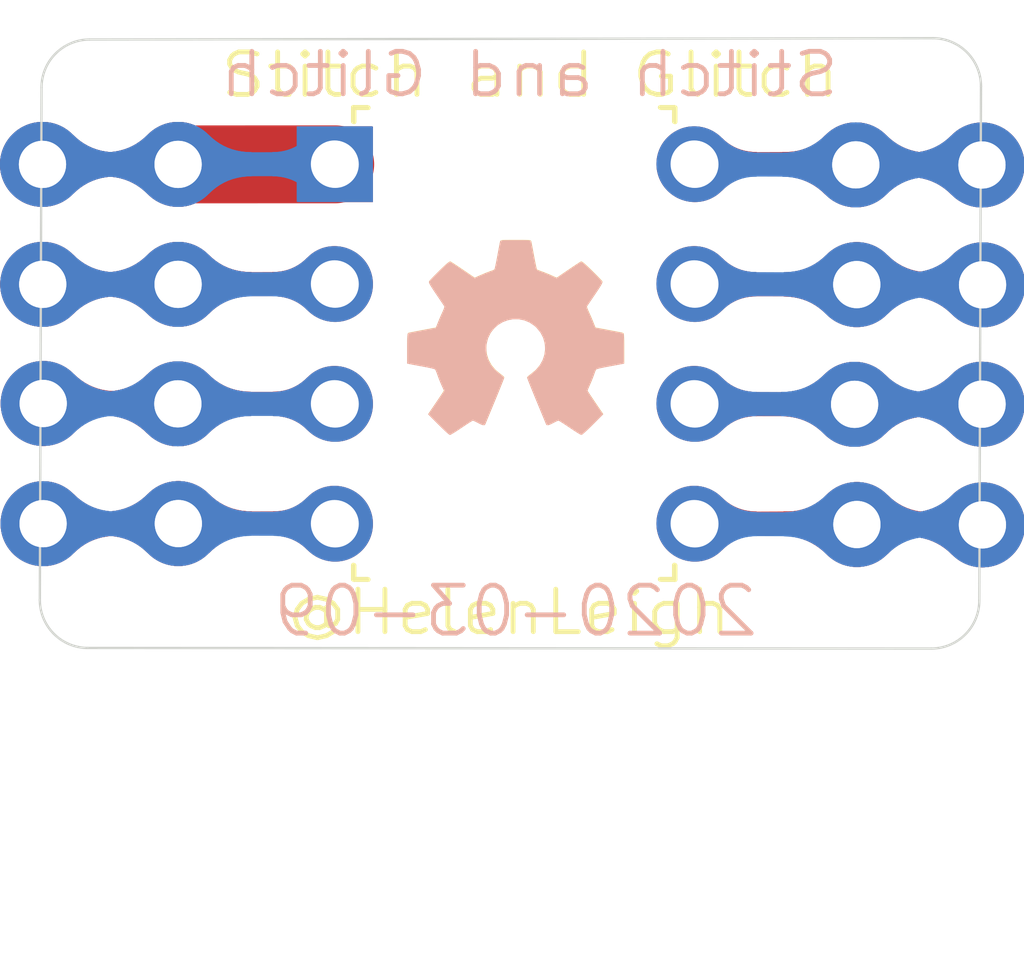
<source format=kicad_pcb>
(kicad_pcb (version 20200119) (host pcbnew "(5.99.0-1221-g4a6c03e7f)")
  (layers (0 "F.Cu" signal) (31 "B.Cu" signal) (34 "B.Paste" user) (35 "F.Paste" user) (36 "B.SilkS" user) (37 "F.SilkS" user) (38 "B.Mask" user) (39 "F.Mask" user) (44 "Edge.Cuts" user))
  (net 0 "")
  (net 1 "Net-(J1-Pad1)")
  (net 2 "+3V3")
  (net 3 "Net-(J4-Pad1)")
  (net 4 "Net-(J15-Pad1)")
  (net 5 "GND")
  (net 6 "Net-(J11-Pad1)")
  (module "Symbol:OSHW-Logo2_7.3x6mm_Copper" (layer "B.Cu") (at 118.97902 67.88904 180)
    (fp_text reference "REF**" hide)
    (fp_text value "OSHW-Logo2_7.3x6mm_Copper" hide)
  )
  (module "Symbol:OSHW-Logo2_7.3x6mm_Copper" (layer "F.Cu") (at 118.98122 67.88404)
    (fp_text reference "REF**" hide)
    (fp_text value "OSHW-Logo2_7.3x6mm_Copper" hide)
  )
  (module "touch:hole30AWG" (layer "F.Cu") (at 108.95584 63.52286)
    (fp_text reference "J15" hide)
    (fp_text value "Conn_01x01_Female" hide)
    (pad "1" thru_hole circle (at 0 0) (size 1.8 1.8) (drill 1) (layers "F.Cu" "F.Mask") (net 4 "Net-(J15-Pad1)"))
    (pad "1" thru_hole circle (at 0 0) (size 1.8 1.8) (drill 1) (layers "B.Cu" "B.Mask") (net 4 "Net-(J15-Pad1)"))
  )
  (module "digikey-footprints:DIP-8_W7.62mm" (layer "F.Cu") (at 115.14074 63.51524)
    (fp_text reference "U1" hide)
    (fp_text value "LM386" hide)
    (pad "8" thru_hole circle (at 7.62 0) (size 1.6 1.6) (drill 1) (layers *.Cu *.Mask) (net 6 "Net-(J11-Pad1)"))
    (pad "7" thru_hole circle (at 7.62 2.54) (size 1.6 1.6) (drill 1) (layers *.Cu *.Mask) (net 1 "Net-(J1-Pad1)"))
    (pad "6" thru_hole circle (at 7.62 5.08) (size 1.6 1.6) (drill 1) (layers *.Cu *.Mask) (net 2 "+3V3"))
    (pad "5" thru_hole circle (at 7.62 7.62) (size 1.6 1.6) (drill 1) (layers *.Cu *.Mask) (net 3 "Net-(J4-Pad1)"))
    (pad "4" thru_hole circle (at 0 7.62) (size 1.6 1.6) (drill 1) (layers *.Cu *.Mask) (net 5 "GND"))
    (pad "3" thru_hole circle (at 0 5.08) (size 1.6 1.6) (drill 1) (layers *.Cu *.Mask) (net 2 "+3V3"))
    (pad "2" thru_hole circle (at 0 2.54) (size 1.6 1.6) (drill 1) (layers *.Cu *.Mask) (net 5 "GND"))
    (pad "1" thru_hole rect (at 0 0) (size 1.6 1.6) (drill 1) (layers *.Cu *.Mask) (net 4 "Net-(J15-Pad1)"))
  )
  (module "touch:hole30AWG" (layer "F.Cu") (at 111.82858 63.52286)
    (fp_text reference "J8" hide)
    (fp_text value "Conn_01x01_Female" hide)
    (pad "1" thru_hole circle (at 0 0) (size 1.8 1.8) (drill 1) (layers "F.Cu" "F.Mask") (net 4 "Net-(J15-Pad1)"))
    (pad "1" thru_hole circle (at 0 0) (size 1.8 1.8) (drill 1) (layers "B.Cu" "B.Mask") (net 4 "Net-(J15-Pad1)"))
  )
  (module "touch:hole30AWG" (layer "F.Cu") (at 111.83366 71.13524)
    (fp_text reference "J16" hide)
    (fp_text value "Conn_01x01_Female" hide)
    (pad "1" thru_hole circle (at 0 0) (size 1.8 1.8) (drill 1) (layers "F.Cu" "F.Mask") (net 5 "GND"))
    (pad "1" thru_hole circle (at 0 0) (size 1.8 1.8) (drill 1) (layers "B.Cu" "B.Mask") (net 5 "GND"))
  )
  (module "touch:hole30AWG" (layer "F.Cu") (at 128.85674 63.53556)
    (fp_text reference "J14" hide)
    (fp_text value "Conn_01x01_Female" hide)
    (pad "1" thru_hole circle (at 0 0) (size 1.8 1.8) (drill 1) (layers "F.Cu" "F.Mask") (net 6 "Net-(J11-Pad1)"))
    (pad "1" thru_hole circle (at 0 0) (size 1.8 1.8) (drill 1) (layers "B.Cu" "B.Mask") (net 6 "Net-(J11-Pad1)"))
  )
  (module "touch:hole30AWG" (layer "F.Cu") (at 108.96092 66.0654)
    (fp_text reference "J13" hide)
    (fp_text value "Conn_01x01_Female" hide)
    (pad "1" thru_hole circle (at 0 0) (size 1.8 1.8) (drill 1) (layers "F.Cu" "F.Mask") (net 5 "GND"))
    (pad "1" thru_hole circle (at 0 0) (size 1.8 1.8) (drill 1) (layers "B.Cu" "B.Mask") (net 5 "GND"))
  )
  (module "touch:hole30AWG" (layer "F.Cu") (at 108.96854 71.13778)
    (fp_text reference "J12" hide)
    (fp_text value "Conn_01x01_Female" hide)
    (pad "1" thru_hole circle (at 0 0) (size 1.8 1.8) (drill 1) (layers "F.Cu" "F.Mask") (net 5 "GND"))
    (pad "1" thru_hole circle (at 0 0) (size 1.8 1.8) (drill 1) (layers "B.Cu" "B.Mask") (net 5 "GND"))
  )
  (module "touch:hole30AWG" (layer "F.Cu") (at 126.18466 63.53302)
    (fp_text reference "J11" hide)
    (fp_text value "Conn_01x01_Female" hide)
    (pad "1" thru_hole circle (at 0 0) (size 1.8 1.8) (drill 1) (layers "F.Cu" "F.Mask") (net 6 "Net-(J11-Pad1)"))
    (pad "1" thru_hole circle (at 0 0) (size 1.8 1.8) (drill 1) (layers "B.Cu" "B.Mask") (net 6 "Net-(J11-Pad1)"))
  )
  (module "touch:hole30AWG" (layer "F.Cu") (at 111.82858 66.0654)
    (fp_text reference "J10" hide)
    (fp_text value "Conn_01x01_Female" hide)
    (pad "1" thru_hole circle (at 0 0) (size 1.8 1.8) (drill 1) (layers "F.Cu" "F.Mask") (net 5 "GND"))
    (pad "1" thru_hole circle (at 0 0) (size 1.8 1.8) (drill 1) (layers "B.Cu" "B.Mask") (net 5 "GND"))
  )
  (module "touch:hole30AWG" (layer "F.Cu") (at 126.20752 71.15556)
    (fp_text reference "J9" hide)
    (fp_text value "Conn_01x01_Female" hide)
    (pad "1" thru_hole circle (at 0 0) (size 1.8 1.8) (drill 1) (layers "F.Cu" "F.Mask") (net 3 "Net-(J4-Pad1)"))
    (pad "1" thru_hole circle (at 0 0) (size 1.8 1.8) (drill 1) (layers "B.Cu" "B.Mask") (net 3 "Net-(J4-Pad1)"))
  )
  (module "touch:hole30AWG" (layer "F.Cu") (at 126.15926 68.60794)
    (fp_text reference "J7" hide)
    (fp_text value "Conn_01x01_Female" hide)
    (pad "1" thru_hole circle (at 0 0) (size 1.8 1.8) (drill 1) (layers "F.Cu" "F.Mask") (net 2 "+3V3"))
    (pad "1" thru_hole circle (at 0 0) (size 1.8 1.8) (drill 1) (layers "B.Cu" "B.Mask") (net 2 "+3V3"))
  )
  (module "touch:hole30AWG" (layer "F.Cu") (at 111.8235 68.59778)
    (fp_text reference "J6" hide)
    (fp_text value "Conn_01x01_Female" hide)
    (pad "1" thru_hole circle (at 0 0) (size 1.8 1.8) (drill 1) (layers "F.Cu" "F.Mask") (net 2 "+3V3"))
    (pad "1" thru_hole circle (at 0 0) (size 1.8 1.8) (drill 1) (layers "B.Cu" "B.Mask") (net 2 "+3V3"))
  )
  (module "touch:hole30AWG" (layer "F.Cu") (at 108.97108 68.59016)
    (fp_text reference "J5" hide)
    (fp_text value "Conn_01x01_Female" hide)
    (pad "1" thru_hole circle (at 0 0) (size 1.8 1.8) (drill 1) (layers "F.Cu" "F.Mask") (net 2 "+3V3"))
    (pad "1" thru_hole circle (at 0 0) (size 1.8 1.8) (drill 1) (layers "B.Cu" "B.Mask") (net 2 "+3V3"))
  )
  (module "touch:hole30AWG" (layer "F.Cu") (at 128.8669 71.16318)
    (fp_text reference "J4" hide)
    (fp_text value "Conn_01x01_Female" hide)
    (pad "1" thru_hole circle (at 0 0) (size 1.8 1.8) (drill 1) (layers "F.Cu" "F.Mask") (net 3 "Net-(J4-Pad1)"))
    (pad "1" thru_hole circle (at 0 0) (size 1.8 1.8) (drill 1) (layers "B.Cu" "B.Mask") (net 3 "Net-(J4-Pad1)"))
  )
  (module "touch:hole30AWG" (layer "F.Cu") (at 128.86944 66.07556)
    (fp_text reference "J3" hide)
    (fp_text value "Conn_01x01_Female" hide)
    (pad "1" thru_hole circle (at 0 0) (size 1.8 1.8) (drill 1) (layers "F.Cu" "F.Mask") (net 1 "Net-(J1-Pad1)"))
    (pad "1" thru_hole circle (at 0 0) (size 1.8 1.8) (drill 1) (layers "B.Cu" "B.Mask") (net 1 "Net-(J1-Pad1)"))
  )
  (module "touch:hole30AWG" (layer "F.Cu") (at 128.85928 68.6054)
    (fp_text reference "J2" hide)
    (fp_text value "Conn_01x01_Female" hide)
    (pad "1" thru_hole circle (at 0 0) (size 1.8 1.8) (drill 1) (layers "F.Cu" "F.Mask") (net 2 "+3V3"))
    (pad "1" thru_hole circle (at 0 0) (size 1.8 1.8) (drill 1) (layers "B.Cu" "B.Mask") (net 2 "+3V3"))
  )
  (module "touch:hole30AWG" (layer "F.Cu") (at 126.20498 66.07048)
    (fp_text reference "J1" hide)
    (fp_text value "Conn_01x01_Female" hide)
    (pad "1" thru_hole circle (at 0 0) (size 1.8 1.8) (drill 1) (layers "F.Cu" "F.Mask") (net 1 "Net-(J1-Pad1)"))
    (pad "1" thru_hole circle (at 0 0) (size 1.8 1.8) (drill 1) (layers "B.Cu" "B.Mask") (net 1 "Net-(J1-Pad1)"))
  )
  (module "digikey-footprints:DIP-8_W7.62mm" (layer "F.Cu") (at 115.156161 63.521741)
    (fp_text reference "U1" hide)
    (fp_text value "LM386" hide)
    (pad "8" thru_hole circle (at 7.62 0) (size 1.6 1.6) (drill 1) (layers *.Cu *.Mask) (net 6 "Net-(J11-Pad1)"))
    (pad "7" thru_hole circle (at 7.62 2.54) (size 1.6 1.6) (drill 1) (layers *.Cu *.Mask) (net 1 "Net-(J1-Pad1)"))
    (pad "6" thru_hole circle (at 7.62 5.08) (size 1.6 1.6) (drill 1) (layers *.Cu *.Mask) (net 2 "+3V3"))
    (pad "5" thru_hole circle (at 7.62 7.62) (size 1.6 1.6) (drill 1) (layers *.Cu *.Mask) (net 3 "Net-(J4-Pad1)"))
    (pad "4" thru_hole circle (at 0 7.62) (size 1.6 1.6) (drill 1) (layers *.Cu *.Mask) (net 5 "GND"))
    (pad "3" thru_hole circle (at 0 5.08) (size 1.6 1.6) (drill 1) (layers *.Cu *.Mask) (net 2 "+3V3"))
    (pad "2" thru_hole circle (at 0 2.54) (size 1.6 1.6) (drill 1) (layers *.Cu *.Mask) (net 5 "GND"))
    (pad "1" thru_hole rect (at 0 0) (size 1.6 1.6) (drill 1) (layers *.Cu *.Mask) (net 4 "Net-(J15-Pad1)"))
  )
  (gr_text "Stitch and Glitch" (at 119.26824 61.61532) (layer "B.SilkS") (effects (font (size 0.9 1.016) (thickness 0.1016)) (justify mirror)))
  (gr_text "@HelenLeigh" (at 118.82882 73.01484) (layer "F.SilkS") (effects (font (size 0.9 1) (thickness 0.1016))))
  (gr_text "2020-03-09" (at 118.98122 72.99198) (layer "B.SilkS") (effects (font (size 1.016 1.016) (thickness 0.1016)) (justify mirror)))
  (gr_text "Stitch and Glitch" (at 119.28348 61.62802) (layer "F.SilkS") (effects (font (size 0.9 1.016) (thickness 0.1016))))
  (gr_line (start 109.9185 73.77176) (end 127.78232 73.78446) (layer "Edge.Cuts") (width 0.05))
  (gr_line (start 127.81788 60.84824) (end 109.95406 60.87618) (layer "Edge.Cuts") (width 0.05))
  (gr_line (start 128.80086 72.76592) (end 128.83642 61.86678) (layer "Edge.Cuts") (width 0.05))
  (gr_line (start 108.93552 61.89472) (end 108.89996 72.75576) (layer "Edge.Cuts") (width 0.05))
  (gr_arc (start 109.9185 72.75322) (end 108.89996 72.75322) (angle -90) (layer "Edge.Cuts") (width 0.05))
  (gr_arc (start 127.78232 72.76592) (end 127.78232 73.78446) (angle -90) (layer "Edge.Cuts") (width 0.05))
  (gr_arc (start 127.81788 61.86678) (end 128.83642 61.86678) (angle -90) (layer "Edge.Cuts") (width 0.05))
  (gr_arc (start 109.95406 61.89472) (end 109.95406 60.87618) (angle -90) (layer "Edge.Cuts") (width 0.05))
  (segment (start 111.83366 71.13524) (end 115.156161 71.128739) (width 0.508) (layer "F.Cu") (net 5))
  (segment (start 122.776161 71.141741) (end 126.20752 71.127922) (width 0.508) (layer "F.Cu") (net 3))
  (segment (start 122.776161 63.521741) (end 126.18466 63.510462) (width 0.508) (layer "F.Cu") (net 6))
  (segment (start 122.776161 68.601741) (end 126.15926 68.60794) (width 0.508) (layer "F.Cu") (net 2))
  (segment (start 122.776161 66.061741) (end 126.20498 66.07048) (width 0.508) (layer "F.Cu") (net 1))
  (segment (start 111.8235 68.59778) (end 115.14074 68.59524) (width 0.508) (layer "F.Cu") (net 2))
  (segment (start 111.82858 66.0654) (end 115.14074 66.05524) (width 0.508) (layer "F.Cu") (net 5))
  (segment (start 111.82858 63.52286) (end 115.156161 63.521741) (width 1.651) (layer "F.Cu") (net 4))
  (segment (start 108.95584 63.52286) (end 111.82858 63.52286) (width 0.508) (layer "B.Cu") (net 4))
  (segment (start 111.82858 66.0654) (end 115.156161 66.061741) (width 0.508) (layer "B.Cu") (net 5))
  (segment (start 126.18466 63.53302) (end 128.85674 63.53556) (width 0.508) (layer "B.Cu") (net 6))
  (segment (start 126.20498 66.07048) (end 128.86944 66.07556) (width 0.508) (layer "B.Cu") (net 1))
  (segment (start 126.15926 68.60794) (end 128.85928 68.6054) (width 0.508) (layer "B.Cu") (net 2))
  (segment (start 126.20752 71.15556) (end 128.8669 71.16318) (width 0.508) (layer "B.Cu") (net 3))
  (segment (start 108.96854 71.13778) (end 111.83366 71.13524) (width 0.508) (layer "B.Cu") (net 5))
  (segment (start 111.8235 68.59778) (end 115.156161 68.601741) (width 0.508) (layer "B.Cu") (net 2))
  (segment (start 108.97108 68.59016) (end 111.8235 68.59778) (width 0.508) (layer "B.Cu") (net 2))
  (segment (start 108.96092 66.0654) (end 111.82858 66.0654) (width 0.508) (layer "B.Cu") (net 5))
  (segment (start 111.82858 63.52286) (end 115.14074 63.51524) (width 0.508) (layer "B.Cu") (net 4))
  (segment (start 111.83366 71.13524) (end 115.156161 71.141741) (width 0.508) (layer "B.Cu") (net 5))
  (segment (start 122.776161 63.521741) (end 126.18466 63.53302) (width 0.508) (layer "B.Cu") (net 6))
  (segment (start 122.76074 66.05524) (end 126.20498 66.07048) (width 0.508) (layer "B.Cu") (net 1))
  (segment (start 122.76074 68.59524) (end 126.15926 68.60794) (width 0.508) (layer "B.Cu") (net 2))
  (segment (start 122.776161 71.141741) (end 126.20752 71.15556) (width 0.508) (layer "B.Cu") (net 3))
  (segment (start 108.95584 63.52286) (end 111.82858 63.52286) (width 0.508) (layer "F.Cu") (net 4))
  (segment (start 108.96092 66.0654) (end 111.82858 66.0654) (width 0.508) (layer "F.Cu") (net 5))
  (segment (start 108.97108 68.59016) (end 111.8235 68.58254) (width 0.508) (layer "F.Cu") (net 2))
  (segment (start 108.96854 71.13778) (end 111.83366 71.14032) (width 0.508) (layer "F.Cu") (net 5))
  (segment (start 126.18466 63.53302) (end 128.85674 63.53048) (width 0.508) (layer "F.Cu") (net 6))
  (segment (start 126.20498 66.07048) (end 128.86944 66.0654) (width 0.508) (layer "F.Cu") (net 1))
  (segment (start 126.15926 68.60794) (end 128.85928 68.61048) (width 0.508) (layer "F.Cu") (net 2))
  (segment (start 126.20752 71.15556) (end 128.8669 71.14794) (width 0.508) (layer "F.Cu") (net 3))
  (zone (net 5) (net_name "GND") (layer "F.Cu") (priority 16962) (connect_pads yes (clearance 0.254)) (min_thickness 0.0254) (fill yes (thermal_gap 0.508) (thermal_bridge_width 0.508))
    (polygon (pts (xy 113.838508 71.385317) (xy 113.923494 71.38944) (xy 114.005861 71.399559) (xy 114.085609 71.415673) (xy 114.162739 71.437784) (xy 114.23725 71.46589) (xy 114.309142 71.499992) (xy 114.378415 71.540089) (xy 114.44507 71.586182) (xy 114.509106 71.638271) (xy 114.570523 71.696356) (xy 115.540739 71.134458) (xy 114.568332 70.576359) (xy 114.507142 70.634554) (xy 114.44331 70.686505) (xy 114.376835 70.732211) (xy 114.307717 70.771674) (xy 114.235957 70.804892) (xy 114.161553 70.831866) (xy 114.084507 70.852595) (xy 114.004819 70.867081) (xy 113.922488 70.875322) (xy 113.837514 70.877319)))
  )
  (zone (net 5) (net_name "GND") (layer "F.Cu") (priority 16962) (connect_pads yes (clearance 0.254)) (min_thickness 0.0254) (fill yes (thermal_gap 0.508) (thermal_bridge_width 0.508))
    (polygon (pts (xy 113.392733 70.878189) (xy 113.284865 70.87464) (xy 113.180577 70.863564) (xy 113.079869 70.844961) (xy 112.982741 70.818831) (xy 112.889193 70.785174) (xy 112.799225 70.74399) (xy 112.712837 70.695279) (xy 112.630029 70.639041) (xy 112.550801 70.575276) (xy 112.475154 70.503984) (xy 111.383661 71.13612) (xy 112.47762 71.763981) (xy 112.552988 71.692393) (xy 112.631965 71.628318) (xy 112.714552 71.571756) (xy 112.800749 71.522707) (xy 112.890555 71.481172) (xy 112.98397 71.447149) (xy 113.080995 71.420639) (xy 113.181629 71.401642) (xy 113.285873 71.390158) (xy 113.393727 71.386187)))
  )
  (zone (net 5) (net_name "GND") (layer "F.Cu") (priority 16962) (connect_pads yes (clearance 0.254)) (min_thickness 0.0254) (fill yes (thermal_gap 0.508) (thermal_bridge_width 0.508))
    (polygon (pts (xy 113.392733 70.878189) (xy 113.284865 70.87464) (xy 113.180577 70.863564) (xy 113.079869 70.844961) (xy 112.982741 70.818831) (xy 112.889193 70.785174) (xy 112.799225 70.74399) (xy 112.712837 70.695279) (xy 112.630029 70.639041) (xy 112.550801 70.575276) (xy 112.475154 70.503984) (xy 111.383661 71.13612) (xy 112.47762 71.763981) (xy 112.552988 71.692393) (xy 112.631965 71.628318) (xy 112.714552 71.571756) (xy 112.800749 71.522707) (xy 112.890555 71.481172) (xy 112.98397 71.447149) (xy 113.080995 71.420639) (xy 113.181629 71.401642) (xy 113.285873 71.390158) (xy 113.393727 71.386187)))
  )
  (zone (net 5) (net_name "GND") (layer "F.Cu") (priority 16962) (connect_pads yes (clearance 0.254)) (min_thickness 0.0254) (fill yes (thermal_gap 0.508) (thermal_bridge_width 0.508))
    (polygon (pts (xy 113.838508 71.385317) (xy 113.926424 71.390675) (xy 114.011412 71.401899) (xy 114.093474 71.418989) (xy 114.172608 71.441944) (xy 114.248816 71.470766) (xy 114.322096 71.505452) (xy 114.392448 71.546005) (xy 114.459874 71.592423) (xy 114.524372 71.644707) (xy 114.585944 71.702857) (xy 115.55616 71.140959) (xy 114.583753 70.58286) (xy 114.522409 70.64099) (xy 114.458114 70.692746) (xy 114.390868 70.738127) (xy 114.320671 70.777135) (xy 114.247522 70.809768) (xy 114.171423 70.836027) (xy 114.092372 70.855911) (xy 114.01037 70.869421) (xy 113.925418 70.876557) (xy 113.837514 70.877319)))
  )
  (zone (net 3) (net_name "Net-(J4-Pad1)") (layer "F.Cu") (priority 16962) (connect_pads yes (clearance 0.254)) (min_thickness 0.0254) (fill yes (thermal_gap 0.508) (thermal_bridge_width 0.508))
    (polygon (pts (xy 124.09328 70.882435) (xy 124.002428 70.878493) (xy 123.914799 70.868551) (xy 123.830393 70.852606) (xy 123.74921 70.830659) (xy 123.67125 70.802711) (xy 123.596513 70.768761) (xy 123.524999 70.728809) (xy 123.456707 70.682856) (xy 123.391639 70.630901) (xy 123.329794 70.572944) (xy 122.360744 71.13685) (xy 123.334304 71.692934) (xy 123.395681 71.634612) (xy 123.46033 71.582528) (xy 123.528252 71.536682) (xy 123.599446 71.497074) (xy 123.673912 71.463705) (xy 123.75165 71.436574) (xy 123.832661 71.41568) (xy 123.916944 71.401025) (xy 124.004498 71.392608) (xy 124.095326 71.39043)))
  )
  (zone (net 3) (net_name "Net-(J4-Pad1)") (layer "F.Cu") (priority 16962) (connect_pads yes (clearance 0.254)) (min_thickness 0.0254) (fill yes (thermal_gap 0.508) (thermal_bridge_width 0.508))
    (polygon (pts (xy 124.648983 71.3882) (xy 124.756857 71.396776) (xy 124.861168 71.412335) (xy 124.961914 71.434875) (xy 125.059096 71.464397) (xy 125.152713 71.5009) (xy 125.242766 71.544385) (xy 125.329255 71.594852) (xy 125.412179 71.652301) (xy 125.491538 71.716731) (xy 125.567334 71.788143) (xy 126.657516 71.153748) (xy 125.56226 70.528154) (xy 125.48704 70.599621) (xy 125.408195 70.663029) (xy 125.325725 70.71838) (xy 125.239631 70.765673) (xy 125.149911 70.804907) (xy 125.056566 70.836083) (xy 124.959596 70.859201) (xy 124.859001 70.87426) (xy 124.754781 70.881261) (xy 124.646937 70.880205)))
  )
  (zone (net 3) (net_name "Net-(J4-Pad1)") (layer "F.Cu") (priority 16962) (connect_pads yes (clearance 0.254)) (min_thickness 0.0254) (fill yes (thermal_gap 0.508) (thermal_bridge_width 0.508))
    (polygon (pts (xy 124.648983 71.3882) (xy 124.756857 71.396776) (xy 124.861168 71.412335) (xy 124.961914 71.434875) (xy 125.059096 71.464397) (xy 125.152713 71.5009) (xy 125.242766 71.544385) (xy 125.329255 71.594852) (xy 125.412179 71.652301) (xy 125.491538 71.716731) (xy 125.567334 71.788143) (xy 126.657516 71.153748) (xy 125.56226 70.528154) (xy 125.48704 70.599621) (xy 125.408195 70.663029) (xy 125.325725 70.71838) (xy 125.239631 70.765673) (xy 125.149911 70.804907) (xy 125.056566 70.836083) (xy 124.959596 70.859201) (xy 124.859001 70.87426) (xy 124.754781 70.881261) (xy 124.646937 70.880205)))
  )
  (zone (net 3) (net_name "Net-(J4-Pad1)") (layer "F.Cu") (priority 16962) (connect_pads yes (clearance 0.254)) (min_thickness 0.0254) (fill yes (thermal_gap 0.508) (thermal_bridge_width 0.508))
    (polygon (pts (xy 124.09328 70.882435) (xy 124.005358 70.879729) (xy 123.920351 70.870891) (xy 123.838258 70.855921) (xy 123.75908 70.83482) (xy 123.682816 70.807587) (xy 123.609467 70.774222) (xy 123.539032 70.734725) (xy 123.471512 70.689097) (xy 123.406906 70.637337) (xy 123.345215 70.579445) (xy 122.376165 71.143351) (xy 123.349725 71.699435) (xy 123.410948 71.641048) (xy 123.475134 71.588769) (xy 123.542285 71.542598) (xy 123.6124 71.502535) (xy 123.685478 71.468581) (xy 123.76152 71.440734) (xy 123.840526 71.418996) (xy 123.922495 71.403366) (xy 124.007428 71.393844) (xy 124.095326 71.39043)))
  )
  (zone (net 6) (net_name "Net-(J11-Pad1)") (layer "F.Cu") (priority 16962) (connect_pads yes (clearance 0.254)) (min_thickness 0.0254) (fill yes (thermal_gap 0.508) (thermal_bridge_width 0.508))
    (polygon (pts (xy 124.093466 63.263381) (xy 124.002616 63.259376) (xy 123.914993 63.249372) (xy 123.830598 63.233369) (xy 123.74943 63.211365) (xy 123.67149 63.183363) (xy 123.596776 63.14936) (xy 123.525291 63.109358) (xy 123.457032 63.063356) (xy 123.392001 63.011354) (xy 123.330198 62.953353) (xy 122.360743 63.516563) (xy 123.333904 64.073346) (xy 123.395323 64.015067) (xy 123.46001 63.96303) (xy 123.527964 63.917232) (xy 123.599187 63.877675) (xy 123.673677 63.844358) (xy 123.751435 63.817281) (xy 123.832461 63.796444) (xy 123.916755 63.781848) (xy 124.004317 63.773492) (xy 124.095147 63.771377)))
  )
  (zone (net 6) (net_name "Net-(J11-Pad1)") (layer "F.Cu") (priority 16962) (connect_pads yes (clearance 0.254)) (min_thickness 0.0254) (fill yes (thermal_gap 0.508) (thermal_bridge_width 0.508))
    (polygon (pts (xy 124.625936 63.769621) (xy 124.733808 63.77731) (xy 124.838111 63.792079) (xy 124.938844 63.81393) (xy 125.036007 63.842861) (xy 125.129601 63.878873) (xy 125.219624 63.921966) (xy 125.306078 63.972139) (xy 125.388961 64.029393) (xy 125.468275 64.093727) (xy 125.54402 64.165143) (xy 126.634657 63.531531) (xy 125.539851 62.905151) (xy 125.464579 62.976614) (xy 125.385688 63.040119) (xy 125.303177 63.095664) (xy 125.217047 63.143251) (xy 125.127298 63.182878) (xy 125.033928 63.214545) (xy 124.936939 63.238254) (xy 124.836331 63.254003) (xy 124.732102 63.261794) (xy 124.624255 63.261625)))
  )
  (zone (net 6) (net_name "Net-(J11-Pad1)") (layer "F.Cu") (priority 16962) (connect_pads yes (clearance 0.254)) (min_thickness 0.0254) (fill yes (thermal_gap 0.508) (thermal_bridge_width 0.508))
    (polygon (pts (xy 124.625936 63.769621) (xy 124.733808 63.77731) (xy 124.838111 63.792079) (xy 124.938844 63.81393) (xy 125.036007 63.842861) (xy 125.129601 63.878873) (xy 125.219624 63.921966) (xy 125.306078 63.972139) (xy 125.388961 64.029393) (xy 125.468275 64.093727) (xy 125.54402 64.165143) (xy 126.634657 63.531531) (xy 125.539851 62.905151) (xy 125.464579 62.976614) (xy 125.385688 63.040119) (xy 125.303177 63.095664) (xy 125.217047 63.143251) (xy 125.127298 63.182878) (xy 125.033928 63.214545) (xy 124.936939 63.238254) (xy 124.836331 63.254003) (xy 124.732102 63.261794) (xy 124.624255 63.261625)))
  )
  (zone (net 6) (net_name "Net-(J11-Pad1)") (layer "F.Cu") (priority 16962) (connect_pads yes (clearance 0.254)) (min_thickness 0.0254) (fill yes (thermal_gap 0.508) (thermal_bridge_width 0.508))
    (polygon (pts (xy 124.093466 63.263381) (xy 124.005546 63.260611) (xy 123.920545 63.251713) (xy 123.838463 63.236684) (xy 123.759299 63.215526) (xy 123.683055 63.188238) (xy 123.60973 63.154821) (xy 123.539324 63.115273) (xy 123.471836 63.069597) (xy 123.407268 63.01779) (xy 123.345619 62.959854) (xy 122.376164 63.523064) (xy 123.349325 64.079847) (xy 123.410589 64.021503) (xy 123.474814 63.969271) (xy 123.541997 63.923148) (xy 123.612141 63.883136) (xy 123.685243 63.849234) (xy 123.761305 63.821442) (xy 123.840326 63.79976) (xy 123.922307 63.784189) (xy 124.007247 63.774727) (xy 124.095147 63.771377)))
  )
  (zone (net 2) (net_name "+3V3") (layer "F.Cu") (priority 16962) (connect_pads yes (clearance 0.254)) (min_thickness 0.0254) (fill yes (thermal_gap 0.508) (thermal_bridge_width 0.508))
    (polygon (pts (xy 124.094777 68.350157) (xy 124.003942 68.3457) (xy 123.916367 68.335259) (xy 123.83205 68.318834) (xy 123.750992 68.296424) (xy 123.673193 68.268029) (xy 123.598652 68.23365) (xy 123.527371 68.193286) (xy 123.459348 68.146938) (xy 123.394584 68.094605) (xy 123.333079 68.036288) (xy 122.360741 68.594508) (xy 123.331027 69.156285) (xy 123.392745 69.098322) (xy 123.457699 69.046616) (xy 123.52589 69.001164) (xy 123.597318 68.961968) (xy 123.671981 68.929028) (xy 123.749881 68.902342) (xy 123.831018 68.881912) (xy 123.915391 68.867738) (xy 124.003 68.859818) (xy 124.093846 68.858155)))
  )
  (zone (net 2) (net_name "+3V3") (layer "F.Cu") (priority 16962) (connect_pads yes (clearance 0.254)) (min_thickness 0.0254) (fill yes (thermal_gap 0.508) (thermal_bridge_width 0.508))
    (polygon (pts (xy 124.599225 68.859081) (xy 124.707078 68.863038) (xy 124.811323 68.874509) (xy 124.91196 68.893494) (xy 125.008988 68.919992) (xy 125.102408 68.954003) (xy 125.192219 68.995528) (xy 125.278422 69.044566) (xy 125.361016 69.101117) (xy 125.440001 69.165182) (xy 125.515379 69.236761) (xy 126.609259 68.608764) (xy 125.517687 67.976764) (xy 125.442048 68.048065) (xy 125.362828 68.11184) (xy 125.280027 68.168088) (xy 125.193645 68.21681) (xy 125.103683 68.258005) (xy 125.010139 68.291674) (xy 124.913014 68.317816) (xy 124.812309 68.336431) (xy 124.708022 68.34752) (xy 124.600155 68.351083)))
  )
  (zone (net 2) (net_name "+3V3") (layer "F.Cu") (priority 16962) (connect_pads yes (clearance 0.254)) (min_thickness 0.0254) (fill yes (thermal_gap 0.508) (thermal_bridge_width 0.508))
    (polygon (pts (xy 124.599225 68.859081) (xy 124.707078 68.863038) (xy 124.811323 68.874509) (xy 124.91196 68.893494) (xy 125.008988 68.919992) (xy 125.102408 68.954003) (xy 125.192219 68.995528) (xy 125.278422 69.044566) (xy 125.361016 69.101117) (xy 125.440001 69.165182) (xy 125.515379 69.236761) (xy 126.609259 68.608764) (xy 125.517687 67.976764) (xy 125.442048 68.048065) (xy 125.362828 68.11184) (xy 125.280027 68.168088) (xy 125.193645 68.21681) (xy 125.103683 68.258005) (xy 125.010139 68.291674) (xy 124.913014 68.317816) (xy 124.812309 68.336431) (xy 124.708022 68.34752) (xy 124.600155 68.351083)))
  )
  (zone (net 2) (net_name "+3V3") (layer "F.Cu") (priority 16962) (connect_pads yes (clearance 0.254)) (min_thickness 0.0254) (fill yes (thermal_gap 0.508) (thermal_bridge_width 0.508))
    (polygon (pts (xy 124.094777 68.350157) (xy 124.006872 68.346935) (xy 123.921918 68.3376) (xy 123.839914 68.322149) (xy 123.760861 68.300585) (xy 123.684758 68.272905) (xy 123.611606 68.239111) (xy 123.541404 68.199202) (xy 123.474152 68.153179) (xy 123.40985 68.101041) (xy 123.3485 68.042789) (xy 122.376162 68.601009) (xy 123.346448 69.162786) (xy 123.408011 69.104758) (xy 123.472503 69.052857) (xy 123.539923 69.00708) (xy 123.610271 68.967429) (xy 123.683547 68.933903) (xy 123.759751 68.906503) (xy 123.838883 68.885228) (xy 123.920942 68.870078) (xy 124.00593 68.861054) (xy 124.093846 68.858155)))
  )
  (zone (net 1) (net_name "Net-(J1-Pad1)") (layer "F.Cu") (priority 16962) (connect_pads yes (clearance 0.254)) (min_thickness 0.0254) (fill yes (thermal_gap 0.508) (thermal_bridge_width 0.508))
    (polygon (pts (xy 124.094957 65.811102) (xy 124.004124 65.806582) (xy 123.916555 65.796081) (xy 123.832249 65.779596) (xy 123.751207 65.75713) (xy 123.673428 65.728681) (xy 123.598911 65.694249) (xy 123.527658 65.653835) (xy 123.459669 65.607438) (xy 123.394942 65.555059) (xy 123.333479 65.496698) (xy 122.360742 66.054221) (xy 123.330625 66.616694) (xy 123.392384 66.558775) (xy 123.457376 66.507115) (xy 123.5256 66.461711) (xy 123.597056 66.422566) (xy 123.671743 66.389677) (xy 123.749663 66.363047) (xy 123.830815 66.342673) (xy 123.915198 66.328558) (xy 124.002814 66.320699) (xy 124.093662 66.319099)))
  )
  (zone (net 1) (net_name "Net-(J1-Pad1)") (layer "F.Cu") (priority 16962) (connect_pads yes (clearance 0.254)) (min_thickness 0.0254) (fill yes (thermal_gap 0.508) (thermal_bridge_width 0.508))
    (polygon (pts (xy 124.644765 66.320504) (xy 124.752615 66.324538) (xy 124.856852 66.336084) (xy 124.957475 66.35514) (xy 125.054485 66.381708) (xy 125.14788 66.415786) (xy 125.237661 66.457375) (xy 125.323829 66.506474) (xy 125.406382 66.563085) (xy 125.485322 66.627206) (xy 125.560648 66.698839) (xy 126.654978 66.071626) (xy 125.56386 65.438844) (xy 125.48817 65.510091) (xy 125.408904 65.573809) (xy 125.326063 65.629998) (xy 125.239646 65.678658) (xy 125.149654 65.719789) (xy 125.056086 65.753391) (xy 124.958943 65.779463) (xy 124.858224 65.798006) (xy 124.75393 65.809021) (xy 124.64606 65.812506)))
  )
  (zone (net 1) (net_name "Net-(J1-Pad1)") (layer "F.Cu") (priority 16962) (connect_pads yes (clearance 0.254)) (min_thickness 0.0254) (fill yes (thermal_gap 0.508) (thermal_bridge_width 0.508))
    (polygon (pts (xy 124.644765 66.320504) (xy 124.752615 66.324538) (xy 124.856852 66.336084) (xy 124.957475 66.35514) (xy 125.054485 66.381708) (xy 125.14788 66.415786) (xy 125.237661 66.457375) (xy 125.323829 66.506474) (xy 125.406382 66.563085) (xy 125.485322 66.627206) (xy 125.560648 66.698839) (xy 126.654978 66.071626) (xy 125.56386 65.438844) (xy 125.48817 65.510091) (xy 125.408904 65.573809) (xy 125.326063 65.629998) (xy 125.239646 65.678658) (xy 125.149654 65.719789) (xy 125.056086 65.753391) (xy 124.958943 65.779463) (xy 124.858224 65.798006) (xy 124.75393 65.809021) (xy 124.64606 65.812506)))
  )
  (zone (net 1) (net_name "Net-(J1-Pad1)") (layer "F.Cu") (priority 16962) (connect_pads yes (clearance 0.254)) (min_thickness 0.0254) (fill yes (thermal_gap 0.508) (thermal_bridge_width 0.508))
    (polygon (pts (xy 124.094957 65.811102) (xy 124.007054 65.807817) (xy 123.922107 65.798421) (xy 123.840114 65.782912) (xy 123.761076 65.76129) (xy 123.684993 65.733556) (xy 123.611865 65.69971) (xy 123.541691 65.659751) (xy 123.474473 65.613679) (xy 123.410209 65.561495) (xy 123.3489 65.503199) (xy 122.376163 66.060722) (xy 123.346046 66.623195) (xy 123.407651 66.565211) (xy 123.47218 66.513355) (xy 123.539633 66.467627) (xy 123.610009 66.428026) (xy 123.683309 66.394553) (xy 123.759532 66.367207) (xy 123.838679 66.345989) (xy 123.92075 66.330898) (xy 124.005744 66.321934) (xy 124.093662 66.319099)))
  )
  (zone (net 2) (net_name "+3V3") (layer "F.Cu") (priority 16962) (connect_pads yes (clearance 0.254)) (min_thickness 0.0254) (fill yes (thermal_gap 0.508) (thermal_bridge_width 0.508))
    (polygon (pts (xy 113.822782 68.850249) (xy 113.910694 68.853241) (xy 113.995672 68.862356) (xy 114.077716 68.877593) (xy 114.156825 68.898953) (xy 114.232999 68.926435) (xy 114.306239 68.960038) (xy 114.376545 68.999765) (xy 114.443916 69.045613) (xy 114.508352 69.097584) (xy 114.569855 69.155677) (xy 115.540739 68.594934) (xy 114.568998 68.035678) (xy 114.507584 68.093865) (xy 114.443227 68.145934) (xy 114.375927 68.191886) (xy 114.305682 68.231719) (xy 114.232493 68.265436) (xy 114.156361 68.293034) (xy 114.077285 68.314514) (xy 113.995264 68.329877) (xy 113.9103 68.339122) (xy 113.822393 68.34225)))
  )
  (zone (net 2) (net_name "+3V3") (layer "F.Cu") (priority 16962) (connect_pads yes (clearance 0.254)) (min_thickness 0.0254) (fill yes (thermal_gap 0.508) (thermal_bridge_width 0.508))
    (polygon (pts (xy 113.382878 68.342586) (xy 113.275014 68.338908) (xy 113.170739 68.327708) (xy 113.070053 68.308985) (xy 112.972957 68.28274) (xy 112.879449 68.248971) (xy 112.78953 68.20768) (xy 112.7032 68.158866) (xy 112.620459 68.10253) (xy 112.541307 68.038671) (xy 112.465745 67.967289) (xy 111.373501 68.598124) (xy 112.46671 69.227287) (xy 112.542163 69.155789) (xy 112.621217 69.091808) (xy 112.703871 69.035345) (xy 112.790126 68.986399) (xy 112.879982 68.94497) (xy 112.973438 68.911058) (xy 113.070494 68.884664) (xy 113.171151 68.865787) (xy 113.275409 68.854427) (xy 113.383267 68.850585)))
  )
  (zone (net 2) (net_name "+3V3") (layer "F.Cu") (priority 16962) (connect_pads yes (clearance 0.254)) (min_thickness 0.0254) (fill yes (thermal_gap 0.508) (thermal_bridge_width 0.508))
    (polygon (pts (xy 113.382878 68.342586) (xy 113.275014 68.338908) (xy 113.170739 68.327708) (xy 113.070053 68.308985) (xy 112.972957 68.28274) (xy 112.879449 68.248971) (xy 112.78953 68.20768) (xy 112.7032 68.158866) (xy 112.620459 68.10253) (xy 112.541307 68.038671) (xy 112.465745 67.967289) (xy 111.373501 68.598124) (xy 112.46671 69.227287) (xy 112.542163 69.155789) (xy 112.621217 69.091808) (xy 112.703871 69.035345) (xy 112.790126 68.986399) (xy 112.879982 68.94497) (xy 112.973438 68.911058) (xy 113.070494 68.884664) (xy 113.171151 68.865787) (xy 113.275409 68.854427) (xy 113.383267 68.850585)))
  )
  (zone (net 2) (net_name "+3V3") (layer "F.Cu") (priority 16962) (connect_pads yes (clearance 0.254)) (min_thickness 0.0254) (fill yes (thermal_gap 0.508) (thermal_bridge_width 0.508))
    (polygon (pts (xy 113.822782 68.850249) (xy 113.913624 68.854476) (xy 114.001224 68.864697) (xy 114.08558 68.880909) (xy 114.166694 68.903113) (xy 114.244565 68.93131) (xy 114.319193 68.965499) (xy 114.390578 69.00568) (xy 114.45872 69.051854) (xy 114.523619 69.10402) (xy 114.585276 69.162178) (xy 115.55616 68.601435) (xy 114.584419 68.042179) (xy 114.522851 68.100301) (xy 114.458032 68.152175) (xy 114.38996 68.197801) (xy 114.318635 68.23718) (xy 114.244059 68.270311) (xy 114.16623 68.297194) (xy 114.085149 68.31783) (xy 114.000816 68.332218) (xy 113.91323 68.340357) (xy 113.822393 68.34225)))
  )
  (zone (net 5) (net_name "GND") (layer "F.Cu") (priority 16962) (connect_pads yes (clearance 0.254)) (min_thickness 0.0254) (fill yes (thermal_gap 0.508) (thermal_bridge_width 0.508))
    (polygon (pts (xy 113.823373 66.313282) (xy 113.911292 66.316072) (xy 113.99629 66.324991) (xy 114.078368 66.340039) (xy 114.157526 66.361217) (xy 114.233764 66.388523) (xy 114.307081 66.421958) (xy 114.377478 66.461522) (xy 114.444955 66.507215) (xy 114.509511 66.559037) (xy 114.571147 66.616989) (xy 115.540738 66.054014) (xy 114.567711 65.496996) (xy 114.506432 65.555324) (xy 114.442195 65.607541) (xy 114.375 65.653647) (xy 114.304847 65.693642) (xy 114.231736 65.727527) (xy 114.155668 65.7553) (xy 114.076641 65.776963) (xy 113.994656 65.792514) (xy 113.909714 65.801955) (xy 113.821814 65.805285)))
  )
  (zone (net 5) (net_name "GND") (layer "F.Cu") (priority 16962) (connect_pads yes (clearance 0.254)) (min_thickness 0.0254) (fill yes (thermal_gap 0.508) (thermal_bridge_width 0.508))
    (polygon (pts (xy 113.387366 65.806618) (xy 113.279494 65.803188) (xy 113.175194 65.792228) (xy 113.074465 65.773737) (xy 112.977308 65.747715) (xy 112.883723 65.714162) (xy 112.79371 65.673078) (xy 112.707268 65.624463) (xy 112.624398 65.568317) (xy 112.545099 65.50464) (xy 112.469373 65.433432) (xy 111.378583 66.06678) (xy 112.473238 66.693425) (xy 112.548526 66.621753) (xy 112.627432 66.557591) (xy 112.709956 66.500937) (xy 112.796098 66.451793) (xy 112.885858 66.410157) (xy 112.979236 66.376031) (xy 113.076231 66.349413) (xy 113.176845 66.330304) (xy 113.281076 66.318704) (xy 113.388925 66.314614)))
  )
  (zone (net 5) (net_name "GND") (layer "F.Cu") (priority 16962) (connect_pads yes (clearance 0.254)) (min_thickness 0.0254) (fill yes (thermal_gap 0.508) (thermal_bridge_width 0.508))
    (polygon (pts (xy 113.387366 65.806618) (xy 113.279494 65.803188) (xy 113.175194 65.792228) (xy 113.074465 65.773737) (xy 112.977308 65.747715) (xy 112.883723 65.714162) (xy 112.79371 65.673078) (xy 112.707268 65.624463) (xy 112.624398 65.568317) (xy 112.545099 65.50464) (xy 112.469373 65.433432) (xy 111.378583 66.06678) (xy 112.473238 66.693425) (xy 112.548526 66.621753) (xy 112.627432 66.557591) (xy 112.709956 66.500937) (xy 112.796098 66.451793) (xy 112.885858 66.410157) (xy 112.979236 66.376031) (xy 113.076231 66.349413) (xy 113.176845 66.330304) (xy 113.281076 66.318704) (xy 113.388925 66.314614)))
  )
  (zone (net 5) (net_name "GND") (layer "F.Cu") (priority 16962) (connect_pads yes (clearance 0.254)) (min_thickness 0.0254) (fill yes (thermal_gap 0.508) (thermal_bridge_width 0.508))
    (polygon (pts (xy 113.823373 66.313282) (xy 113.914222 66.317307) (xy 114.001842 66.327331) (xy 114.086233 66.343355) (xy 114.167396 66.365377) (xy 114.24533 66.393399) (xy 114.320035 66.427419) (xy 114.391511 66.467438) (xy 114.459759 66.513456) (xy 114.524778 66.565473) (xy 114.586568 66.62349) (xy 115.556159 66.060515) (xy 114.583132 65.503497) (xy 114.521698 65.56176) (xy 114.456999 65.613782) (xy 114.389033 65.659563) (xy 114.317801 65.699103) (xy 114.243302 65.732403) (xy 114.165537 65.759461) (xy 114.084506 65.780278) (xy 114.000208 65.794855) (xy 113.912644 65.80319) (xy 113.821814 65.805285)))
  )
  (zone (net 4) (net_name "Net-(J15-Pad1)") (layer "F.Cu") (priority 16962) (connect_pads yes (clearance 0.254)) (min_thickness 0.0254) (fill yes (thermal_gap 0.508) (thermal_bridge_width 0.508))
    (polygon (pts (xy 113.838094 63.776184) (xy 113.923075 63.777979) (xy 114.005427 63.786025) (xy 114.085151 63.800322) (xy 114.162246 63.82087) (xy 114.236713 63.84767) (xy 114.308551 63.88072) (xy 114.37776 63.920021) (xy 114.44434 63.965574) (xy 114.508292 64.017377) (xy 114.569615 64.075432) (xy 115.540739 63.515106) (xy 114.569238 62.955433) (xy 114.507954 63.013658) (xy 114.444037 63.065895) (xy 114.377488 63.112143) (xy 114.308305 63.152401) (xy 114.23649 63.186671) (xy 114.162042 63.214952) (xy 114.084962 63.237243) (xy 114.005248 63.253546) (xy 113.922902 63.26386) (xy 113.837923 63.268185)))
  )
  (zone (net 4) (net_name "Net-(J15-Pad1)") (layer "F.Cu") (priority 16962) (connect_pads yes (clearance 0.254)) (min_thickness 0.0254) (fill yes (thermal_gap 0.508) (thermal_bridge_width 0.508))
    (polygon (pts (xy 113.388067 63.268336) (xy 113.280204 63.264612) (xy 113.175935 63.253367) (xy 113.075257 63.2346) (xy 112.978171 63.208313) (xy 112.884678 63.174505) (xy 112.794777 63.133175) (xy 112.708468 63.084324) (xy 112.625752 63.027952) (xy 112.546628 62.964058) (xy 112.471096 62.892644) (xy 111.378581 63.523011) (xy 112.47152 64.152643) (xy 112.547004 64.081177) (xy 112.626085 64.017231) (xy 112.708763 63.960803) (xy 112.795039 63.911894) (xy 112.884913 63.870504) (xy 112.978383 63.836632) (xy 113.075451 63.81028) (xy 113.176116 63.791446) (xy 113.280378 63.780131) (xy 113.388238 63.776335)))
  )
  (zone (net 4) (net_name "Net-(J15-Pad1)") (layer "F.Cu") (priority 16962) (connect_pads yes (clearance 0.254)) (min_thickness 0.0254) (fill yes (thermal_gap 0.508) (thermal_bridge_width 0.508))
    (polygon (pts (xy 113.388067 63.268336) (xy 113.280204 63.264612) (xy 113.175935 63.253367) (xy 113.075257 63.2346) (xy 112.978171 63.208313) (xy 112.884678 63.174505) (xy 112.794777 63.133175) (xy 112.708468 63.084324) (xy 112.625752 63.027952) (xy 112.546628 62.964058) (xy 112.471096 62.892644) (xy 111.378581 63.523011) (xy 112.47152 64.152643) (xy 112.547004 64.081177) (xy 112.626085 64.017231) (xy 112.708763 63.960803) (xy 112.795039 63.911894) (xy 112.884913 63.870504) (xy 112.978383 63.836632) (xy 113.075451 63.81028) (xy 113.176116 63.791446) (xy 113.280378 63.780131) (xy 113.388238 63.776335)))
  )
  (zone (net 4) (net_name "Net-(J15-Pad1)") (layer "F.Cu") (priority 16962) (connect_pads yes (clearance 0.254)) (min_thickness 0.0254) (fill yes (thermal_gap 0.508) (thermal_bridge_width 0.508))
    (polygon (pts (xy 113.838094 63.776184) (xy 113.926005 63.779214) (xy 114.010979 63.788365) (xy 114.093016 63.803637) (xy 114.172116 63.825031) (xy 114.248279 63.852545) (xy 114.321504 63.886181) (xy 114.391793 63.925937) (xy 114.459144 63.971815) (xy 114.523558 64.023813) (xy 114.585036 64.081933) (xy 115.55616 63.521607) (xy 114.584659 62.961934) (xy 114.52322 63.020094) (xy 114.458841 63.072136) (xy 114.391521 63.118059) (xy 114.321259 63.157862) (xy 114.248056 63.191547) (xy 114.171912 63.219112) (xy 114.092826 63.240559) (xy 114.0108 63.255886) (xy 113.925832 63.265095) (xy 113.837923 63.268185)))
  )
  (zone (net 4) (net_name "Net-(J15-Pad1)") (layer "B.Cu") (priority 16962) (connect_pads yes (clearance 0.254)) (min_thickness 0.0254) (fill yes (thermal_gap 0.508) (thermal_bridge_width 0.508))
    (polygon (pts (xy 110.515413 63.26886) (xy 110.407552 63.2651) (xy 110.303286 63.25382) (xy 110.202614 63.235019) (xy 110.105538 63.208699) (xy 110.012056 63.17486) (xy 109.922169 63.1335) (xy 109.835876 63.08462) (xy 109.753179 63.02822) (xy 109.674076 62.9643) (xy 109.598568 62.89286) (xy 108.50584 63.52286) (xy 109.598568 64.15286) (xy 109.674076 64.08142) (xy 109.753179 64.0175) (xy 109.835876 63.961099) (xy 109.922169 63.912219) (xy 110.012056 63.87086) (xy 110.105538 63.83702) (xy 110.202614 63.8107) (xy 110.303286 63.7919) (xy 110.407552 63.78062) (xy 110.515413 63.77686)))
  )
  (zone (net 4) (net_name "Net-(J15-Pad1)") (layer "B.Cu") (priority 16962) (connect_pads yes (clearance 0.254)) (min_thickness 0.0254) (fill yes (thermal_gap 0.508) (thermal_bridge_width 0.508))
    (polygon (pts (xy 110.515413 63.26886) (xy 110.407552 63.2651) (xy 110.303286 63.25382) (xy 110.202614 63.235019) (xy 110.105538 63.208699) (xy 110.012056 63.17486) (xy 109.922169 63.1335) (xy 109.835876 63.08462) (xy 109.753179 63.02822) (xy 109.674076 62.9643) (xy 109.598568 62.89286) (xy 108.50584 63.52286) (xy 109.598568 64.15286) (xy 109.674076 64.08142) (xy 109.753179 64.0175) (xy 109.835876 63.961099) (xy 109.922169 63.912219) (xy 110.012056 63.87086) (xy 110.105538 63.83702) (xy 110.202614 63.8107) (xy 110.303286 63.7919) (xy 110.407552 63.78062) (xy 110.515413 63.77686)))
  )
  (zone (net 4) (net_name "Net-(J15-Pad1)") (layer "B.Cu") (priority 16962) (connect_pads yes (clearance 0.254)) (min_thickness 0.0254) (fill yes (thermal_gap 0.508) (thermal_bridge_width 0.508))
    (polygon (pts (xy 110.269007 63.77686) (xy 110.376867 63.78062) (xy 110.481133 63.7919) (xy 110.581805 63.810699) (xy 110.678881 63.837019) (xy 110.772363 63.87086) (xy 110.86225 63.91222) (xy 110.948543 63.9611) (xy 111.03124 64.0175) (xy 111.110343 64.08142) (xy 111.185852 64.15286) (xy 112.27858 63.52286) (xy 111.185852 62.89286) (xy 111.110343 62.9643) (xy 111.03124 63.02822) (xy 110.948543 63.084619) (xy 110.86225 63.133499) (xy 110.772363 63.17486) (xy 110.678881 63.2087) (xy 110.581805 63.23502) (xy 110.481133 63.25382) (xy 110.376867 63.2651) (xy 110.269007 63.26886)))
  )
  (zone (net 4) (net_name "Net-(J15-Pad1)") (layer "B.Cu") (priority 16962) (connect_pads yes (clearance 0.254)) (min_thickness 0.0254) (fill yes (thermal_gap 0.508) (thermal_bridge_width 0.508))
    (polygon (pts (xy 110.269007 63.77686) (xy 110.376867 63.78062) (xy 110.481133 63.7919) (xy 110.581805 63.810699) (xy 110.678881 63.837019) (xy 110.772363 63.87086) (xy 110.86225 63.91222) (xy 110.948543 63.9611) (xy 111.03124 64.0175) (xy 111.110343 64.08142) (xy 111.185852 64.15286) (xy 112.27858 63.52286) (xy 111.185852 62.89286) (xy 111.110343 62.9643) (xy 111.03124 63.02822) (xy 110.948543 63.084619) (xy 110.86225 63.133499) (xy 110.772363 63.17486) (xy 110.678881 63.2087) (xy 110.581805 63.23502) (xy 110.481133 63.25382) (xy 110.376867 63.2651) (xy 110.269007 63.26886)))
  )
  (zone (net 5) (net_name "GND") (layer "B.Cu") (priority 16962) (connect_pads yes (clearance 0.254)) (min_thickness 0.0254) (fill yes (thermal_gap 0.508) (thermal_bridge_width 0.508))
    (polygon (pts (xy 113.838288 66.31719) (xy 113.923271 66.318918) (xy 114.005631 66.326899) (xy 114.085366 66.341133) (xy 114.162478 66.361621) (xy 114.236965 66.388362) (xy 114.308828 66.421357) (xy 114.378068 66.460604) (xy 114.444683 66.506105) (xy 114.508674 66.557859) (xy 114.570042 66.615867) (xy 115.540739 66.054801) (xy 114.568811 65.495869) (xy 114.507571 65.554141) (xy 114.443694 65.606427) (xy 114.37718 65.652726) (xy 114.308028 65.693038) (xy 114.236238 65.727364) (xy 114.161811 65.755703) (xy 114.084747 65.778055) (xy 114.005045 65.79442) (xy 113.922706 65.804799) (xy 113.83773 65.809191)))
  )
  (zone (net 5) (net_name "GND") (layer "B.Cu") (priority 16962) (connect_pads yes (clearance 0.254)) (min_thickness 0.0254) (fill yes (thermal_gap 0.508) (thermal_bridge_width 0.508))
    (polygon (pts (xy 113.387872 65.809686) (xy 113.280007 65.806044) (xy 113.175728 65.794879) (xy 113.075037 65.776189) (xy 112.977931 65.749976) (xy 112.884412 65.716239) (xy 112.79448 65.674978) (xy 112.708134 65.626193) (xy 112.625374 65.569884) (xy 112.546201 65.506051) (xy 112.470615 65.434694) (xy 111.378581 66.065894) (xy 112.472 66.694692) (xy 112.547429 66.623169) (xy 112.626462 66.559162) (xy 112.709097 66.502671) (xy 112.795336 66.453696) (xy 112.885177 66.412237) (xy 112.978622 66.378294) (xy 113.075669 66.351867) (xy 113.17632 66.332957) (xy 113.280574 66.321562) (xy 113.388431 66.317684)))
  )
  (zone (net 5) (net_name "GND") (layer "B.Cu") (priority 16962) (connect_pads yes (clearance 0.254)) (min_thickness 0.0254) (fill yes (thermal_gap 0.508) (thermal_bridge_width 0.508))
    (polygon (pts (xy 113.387872 65.809686) (xy 113.280007 65.806044) (xy 113.175728 65.794879) (xy 113.075037 65.776189) (xy 112.977931 65.749976) (xy 112.884412 65.716239) (xy 112.79448 65.674978) (xy 112.708134 65.626193) (xy 112.625374 65.569884) (xy 112.546201 65.506051) (xy 112.470615 65.434694) (xy 111.378581 66.065894) (xy 112.472 66.694692) (xy 112.547429 66.623169) (xy 112.626462 66.559162) (xy 112.709097 66.502671) (xy 112.795336 66.453696) (xy 112.885177 66.412237) (xy 112.978622 66.378294) (xy 113.075669 66.351867) (xy 113.17632 66.332957) (xy 113.280574 66.321562) (xy 113.388431 66.317684)))
  )
  (zone (net 5) (net_name "GND") (layer "B.Cu") (priority 16962) (connect_pads yes (clearance 0.254)) (min_thickness 0.0254) (fill yes (thermal_gap 0.508) (thermal_bridge_width 0.508))
    (polygon (pts (xy 113.838288 66.31719) (xy 113.926201 66.320153) (xy 114.011182 66.329239) (xy 114.093231 66.344449) (xy 114.172347 66.365782) (xy 114.248531 66.393238) (xy 114.321782 66.426817) (xy 114.392101 66.46652) (xy 114.459487 66.512346) (xy 114.523941 66.564295) (xy 114.585463 66.622368) (xy 115.55616 66.061302) (xy 114.584232 65.50237) (xy 114.522838 65.560577) (xy 114.458498 65.612668) (xy 114.391213 65.658642) (xy 114.320981 65.698499) (xy 114.247804 65.73224) (xy 114.171681 65.759863) (xy 114.092612 65.78137) (xy 114.010597 65.796761) (xy 113.925636 65.806034) (xy 113.83773 65.809191)))
  )
  (zone (net 6) (net_name "Net-(J11-Pad1)") (layer "B.Cu") (priority 16962) (connect_pads yes (clearance 0.254)) (min_thickness 0.0254) (fill yes (thermal_gap 0.508) (thermal_bridge_width 0.508))
    (polygon (pts (xy 127.296927 63.788077) (xy 127.404784 63.791939) (xy 127.509039 63.803318) (xy 127.609692 63.822214) (xy 127.706743 63.848626) (xy 127.800193 63.882555) (xy 127.890041 63.924) (xy 127.976286 63.972962) (xy 128.05893 64.029441) (xy 128.137972 64.093436) (xy 128.213413 64.164948) (xy 129.306739 63.535987) (xy 128.214611 62.90495) (xy 128.139035 62.976318) (xy 128.059871 63.040162) (xy 127.97712 63.096484) (xy 127.890781 63.145282) (xy 127.800855 63.186556) (xy 127.707341 63.220307) (xy 127.610239 63.246535) (xy 127.50955 63.265239) (xy 127.405273 63.27642) (xy 127.297409 63.280078)))
  )
  (zone (net 6) (net_name "Net-(J11-Pad1)") (layer "B.Cu") (priority 16962) (connect_pads yes (clearance 0.254)) (min_thickness 0.0254) (fill yes (thermal_gap 0.508) (thermal_bridge_width 0.508))
    (polygon (pts (xy 127.296927 63.788077) (xy 127.404784 63.791939) (xy 127.509039 63.803318) (xy 127.609692 63.822214) (xy 127.706743 63.848626) (xy 127.800193 63.882555) (xy 127.890041 63.924) (xy 127.976286 63.972962) (xy 128.05893 64.029441) (xy 128.137972 64.093436) (xy 128.213413 64.164948) (xy 129.306739 63.535987) (xy 128.214611 62.90495) (xy 128.139035 62.976318) (xy 128.059871 63.040162) (xy 127.97712 63.096484) (xy 127.890781 63.145282) (xy 127.800855 63.186556) (xy 127.707341 63.220307) (xy 127.610239 63.246535) (xy 127.50955 63.265239) (xy 127.405273 63.27642) (xy 127.297409 63.280078)))
  )
  (zone (net 6) (net_name "Net-(J11-Pad1)") (layer "B.Cu") (priority 16962) (connect_pads yes (clearance 0.254)) (min_thickness 0.0254) (fill yes (thermal_gap 0.508) (thermal_bridge_width 0.508))
    (polygon (pts (xy 127.744473 63.280503) (xy 127.636615 63.27664) (xy 127.53236 63.265261) (xy 127.431707 63.246365) (xy 127.334656 63.219953) (xy 127.241206 63.186024) (xy 127.151358 63.144579) (xy 127.065113 63.095617) (xy 126.982469 63.039138) (xy 126.903427 62.975143) (xy 126.827987 62.903632) (xy 125.734661 63.532593) (xy 126.826789 64.16363) (xy 126.902365 64.092261) (xy 126.981528 64.028417) (xy 127.064279 63.972095) (xy 127.150618 63.923298) (xy 127.240545 63.882023) (xy 127.334059 63.848272) (xy 127.43116 63.822044) (xy 127.531849 63.80334) (xy 127.636126 63.792159) (xy 127.743991 63.788502)))
  )
  (zone (net 6) (net_name "Net-(J11-Pad1)") (layer "B.Cu") (priority 16962) (connect_pads yes (clearance 0.254)) (min_thickness 0.0254) (fill yes (thermal_gap 0.508) (thermal_bridge_width 0.508))
    (polygon (pts (xy 127.744473 63.280503) (xy 127.636615 63.27664) (xy 127.53236 63.265261) (xy 127.431707 63.246365) (xy 127.334656 63.219953) (xy 127.241206 63.186024) (xy 127.151358 63.144579) (xy 127.065113 63.095617) (xy 126.982469 63.039138) (xy 126.903427 62.975143) (xy 126.827987 62.903632) (xy 125.734661 63.532593) (xy 126.826789 64.16363) (xy 126.902365 64.092261) (xy 126.981528 64.028417) (xy 127.064279 63.972095) (xy 127.150618 63.923298) (xy 127.240545 63.882023) (xy 127.334059 63.848272) (xy 127.43116 63.822044) (xy 127.531849 63.80334) (xy 127.636126 63.792159) (xy 127.743991 63.788502)))
  )
  (zone (net 1) (net_name "Net-(J1-Pad1)") (layer "B.Cu") (priority 16962) (connect_pads yes (clearance 0.254)) (min_thickness 0.0254) (fill yes (thermal_gap 0.508) (thermal_bridge_width 0.508))
    (polygon (pts (xy 127.309386 66.326586) (xy 127.417239 66.330551) (xy 127.521483 66.34203) (xy 127.622119 66.361022) (xy 127.719145 66.387527) (xy 127.812562 66.421545) (xy 127.90237 66.463076) (xy 127.988569 66.51212) (xy 128.071159 66.568678) (xy 128.15014 66.632749) (xy 128.225512 66.704333) (xy 129.319439 66.076417) (xy 128.227914 65.444336) (xy 128.152269 65.515631) (xy 128.073045 65.579401) (xy 127.99024 65.635643) (xy 127.903854 65.684358) (xy 127.813889 65.725547) (xy 127.720342 65.759209) (xy 127.623216 65.785344) (xy 127.522509 65.803952) (xy 127.418221 65.815033) (xy 127.310354 65.818588)))
  )
  (zone (net 1) (net_name "Net-(J1-Pad1)") (layer "B.Cu") (priority 16962) (connect_pads yes (clearance 0.254)) (min_thickness 0.0254) (fill yes (thermal_gap 0.508) (thermal_bridge_width 0.508))
    (polygon (pts (xy 127.309386 66.326586) (xy 127.417239 66.330551) (xy 127.521483 66.34203) (xy 127.622119 66.361022) (xy 127.719145 66.387527) (xy 127.812562 66.421545) (xy 127.90237 66.463076) (xy 127.988569 66.51212) (xy 128.071159 66.568678) (xy 128.15014 66.632749) (xy 128.225512 66.704333) (xy 129.319439 66.076417) (xy 128.227914 65.444336) (xy 128.152269 65.515631) (xy 128.073045 65.579401) (xy 127.99024 65.635643) (xy 127.903854 65.684358) (xy 127.813889 65.725547) (xy 127.720342 65.759209) (xy 127.623216 65.785344) (xy 127.522509 65.803952) (xy 127.418221 65.815033) (xy 127.310354 65.818588)))
  )
  (zone (net 1) (net_name "Net-(J1-Pad1)") (layer "B.Cu") (priority 16962) (connect_pads yes (clearance 0.254)) (min_thickness 0.0254) (fill yes (thermal_gap 0.508) (thermal_bridge_width 0.508))
    (polygon (pts (xy 127.765034 65.819454) (xy 127.65718 65.815488) (xy 127.552936 65.804009) (xy 127.4523 65.785017) (xy 127.355274 65.758512) (xy 127.261857 65.724494) (xy 127.172049 65.682963) (xy 127.08585 65.633919) (xy 127.00326 65.577361) (xy 126.924279 65.51329) (xy 126.848908 65.441707) (xy 125.754981 66.069623) (xy 126.846506 66.701704) (xy 126.92215 66.630408) (xy 127.001374 66.566638) (xy 127.084179 66.510396) (xy 127.170565 66.461681) (xy 127.260531 66.420492) (xy 127.354077 66.38683) (xy 127.451203 66.360695) (xy 127.55191 66.342087) (xy 127.656198 66.331006) (xy 127.764066 66.327452)))
  )
  (zone (net 1) (net_name "Net-(J1-Pad1)") (layer "B.Cu") (priority 16962) (connect_pads yes (clearance 0.254)) (min_thickness 0.0254) (fill yes (thermal_gap 0.508) (thermal_bridge_width 0.508))
    (polygon (pts (xy 127.765034 65.819454) (xy 127.65718 65.815488) (xy 127.552936 65.804009) (xy 127.4523 65.785017) (xy 127.355274 65.758512) (xy 127.261857 65.724494) (xy 127.172049 65.682963) (xy 127.08585 65.633919) (xy 127.00326 65.577361) (xy 126.924279 65.51329) (xy 126.848908 65.441707) (xy 125.754981 66.069623) (xy 126.846506 66.701704) (xy 126.92215 66.630408) (xy 127.001374 66.566638) (xy 127.084179 66.510396) (xy 127.170565 66.461681) (xy 127.260531 66.420492) (xy 127.354077 66.38683) (xy 127.451203 66.360695) (xy 127.55191 66.342087) (xy 127.656198 66.331006) (xy 127.764066 66.327452)))
  )
  (zone (net 2) (net_name "+3V3") (layer "B.Cu") (priority 16962) (connect_pads yes (clearance 0.254)) (min_thickness 0.0254) (fill yes (thermal_gap 0.508) (thermal_bridge_width 0.508))
    (polygon (pts (xy 127.718593 68.352473) (xy 127.610728 68.348814) (xy 127.506451 68.337632) (xy 127.405762 68.318927) (xy 127.308661 68.292698) (xy 127.215148 68.258946) (xy 127.125222 68.217671) (xy 127.038883 68.168872) (xy 126.956133 68.11255) (xy 126.87697 68.048704) (xy 126.801395 67.977336) (xy 125.709261 68.608363) (xy 126.80258 69.237335) (xy 126.87802 69.165823) (xy 126.957063 69.101829) (xy 127.039708 69.045351) (xy 127.125954 68.99639) (xy 127.215802 68.954945) (xy 127.309252 68.921017) (xy 127.406304 68.894606) (xy 127.506958 68.875711) (xy 127.611213 68.864333) (xy 127.719071 68.860472)))
  )
  (zone (net 2) (net_name "+3V3") (layer "B.Cu") (priority 16962) (connect_pads yes (clearance 0.254)) (min_thickness 0.0254) (fill yes (thermal_gap 0.508) (thermal_bridge_width 0.508))
    (polygon (pts (xy 127.718593 68.352473) (xy 127.610728 68.348814) (xy 127.506451 68.337632) (xy 127.405762 68.318927) (xy 127.308661 68.292698) (xy 127.215148 68.258946) (xy 127.125222 68.217671) (xy 127.038883 68.168872) (xy 126.956133 68.11255) (xy 126.87697 68.048704) (xy 126.801395 67.977336) (xy 125.709261 68.608363) (xy 126.80258 69.237335) (xy 126.87802 69.165823) (xy 126.957063 69.101829) (xy 127.039708 69.045351) (xy 127.125954 68.99639) (xy 127.215802 68.954945) (xy 127.309252 68.921017) (xy 127.406304 68.894606) (xy 127.506958 68.875711) (xy 127.611213 68.864333) (xy 127.719071 68.860472)))
  )
  (zone (net 2) (net_name "+3V3") (layer "B.Cu") (priority 16962) (connect_pads yes (clearance 0.254)) (min_thickness 0.0254) (fill yes (thermal_gap 0.508) (thermal_bridge_width 0.508))
    (polygon (pts (xy 127.299947 68.860867) (xy 127.407811 68.864525) (xy 127.512088 68.875707) (xy 127.612777 68.894412) (xy 127.709878 68.920641) (xy 127.803392 68.954393) (xy 127.893317 68.995668) (xy 127.979656 69.044467) (xy 128.062406 69.100789) (xy 128.141569 69.164635) (xy 128.217145 69.236004) (xy 129.309279 68.604977) (xy 128.21596 67.976005) (xy 128.140519 68.047516) (xy 128.061476 68.11151) (xy 127.978831 68.167988) (xy 127.892585 68.216949) (xy 127.802737 68.258394) (xy 127.709287 68.292322) (xy 127.612235 68.318733) (xy 127.511581 68.337628) (xy 127.407326 68.349006) (xy 127.299469 68.352868)))
  )
  (zone (net 2) (net_name "+3V3") (layer "B.Cu") (priority 16962) (connect_pads yes (clearance 0.254)) (min_thickness 0.0254) (fill yes (thermal_gap 0.508) (thermal_bridge_width 0.508))
    (polygon (pts (xy 127.299947 68.860867) (xy 127.407811 68.864525) (xy 127.512088 68.875707) (xy 127.612777 68.894412) (xy 127.709878 68.920641) (xy 127.803392 68.954393) (xy 127.893317 68.995668) (xy 127.979656 69.044467) (xy 128.062406 69.100789) (xy 128.141569 69.164635) (xy 128.217145 69.236004) (xy 129.309279 68.604977) (xy 128.21596 67.976005) (xy 128.140519 68.047516) (xy 128.061476 68.11151) (xy 127.978831 68.167988) (xy 127.892585 68.216949) (xy 127.802737 68.258394) (xy 127.709287 68.292322) (xy 127.612235 68.318733) (xy 127.511581 68.337628) (xy 127.407326 68.349006) (xy 127.299469 68.352868)))
  )
  (zone (net 3) (net_name "Net-(J4-Pad1)") (layer "B.Cu") (priority 16962) (connect_pads yes (clearance 0.254)) (min_thickness 0.0254) (fill yes (thermal_gap 0.508) (thermal_bridge_width 0.508))
    (polygon (pts (xy 127.767814 70.90603) (xy 127.659964 70.90196) (xy 127.555731 70.890382) (xy 127.455113 70.871293) (xy 127.358113 70.844695) (xy 127.264728 70.810588) (xy 127.17496 70.76897) (xy 127.088808 70.719843) (xy 127.006273 70.663207) (xy 126.927353 70.59906) (xy 126.852051 70.527405) (xy 125.757522 71.154271) (xy 126.84844 71.787399) (xy 126.924152 71.716175) (xy 127.003438 71.652482) (xy 127.086297 71.596319) (xy 127.172729 71.547686) (xy 127.262734 71.506584) (xy 127.356313 71.473012) (xy 127.453464 71.44697) (xy 127.554189 71.428459) (xy 127.658487 71.417477) (xy 127.766359 71.414027)))
  )
  (zone (net 3) (net_name "Net-(J4-Pad1)") (layer "B.Cu") (priority 16962) (connect_pads yes (clearance 0.254)) (min_thickness 0.0254) (fill yes (thermal_gap 0.508) (thermal_bridge_width 0.508))
    (polygon (pts (xy 127.767814 70.90603) (xy 127.659964 70.90196) (xy 127.555731 70.890382) (xy 127.455113 70.871293) (xy 127.358113 70.844695) (xy 127.264728 70.810588) (xy 127.17496 70.76897) (xy 127.088808 70.719843) (xy 127.006273 70.663207) (xy 126.927353 70.59906) (xy 126.852051 70.527405) (xy 125.757522 71.154271) (xy 126.84844 71.787399) (xy 126.924152 71.716175) (xy 127.003438 71.652482) (xy 127.086297 71.596319) (xy 127.172729 71.547686) (xy 127.262734 71.506584) (xy 127.356313 71.473012) (xy 127.453464 71.44697) (xy 127.554189 71.428459) (xy 127.658487 71.417477) (xy 127.766359 71.414027)))
  )
  (zone (net 3) (net_name "Net-(J4-Pad1)") (layer "B.Cu") (priority 16962) (connect_pads yes (clearance 0.254)) (min_thickness 0.0254) (fill yes (thermal_gap 0.508) (thermal_bridge_width 0.508))
    (polygon (pts (xy 127.306606 71.41271) (xy 127.414455 71.416779) (xy 127.518689 71.428357) (xy 127.619306 71.447446) (xy 127.716306 71.474044) (xy 127.809691 71.508151) (xy 127.899459 71.549769) (xy 127.985611 71.598896) (xy 128.068146 71.655532) (xy 128.147066 71.719679) (xy 128.222369 71.791335) (xy 129.316898 71.164469) (xy 128.22598 70.531341) (xy 128.150267 70.602564) (xy 128.070981 70.666257) (xy 127.988122 70.72242) (xy 127.90169 70.771053) (xy 127.811685 70.812155) (xy 127.718106 70.845727) (xy 127.620955 70.871769) (xy 127.52023 70.89028) (xy 127.415932 70.901262) (xy 127.308061 70.904713)))
  )
  (zone (net 3) (net_name "Net-(J4-Pad1)") (layer "B.Cu") (priority 16962) (connect_pads yes (clearance 0.254)) (min_thickness 0.0254) (fill yes (thermal_gap 0.508) (thermal_bridge_width 0.508))
    (polygon (pts (xy 127.306606 71.41271) (xy 127.414455 71.416779) (xy 127.518689 71.428357) (xy 127.619306 71.447446) (xy 127.716306 71.474044) (xy 127.809691 71.508151) (xy 127.899459 71.549769) (xy 127.985611 71.598896) (xy 128.068146 71.655532) (xy 128.147066 71.719679) (xy 128.222369 71.791335) (xy 129.316898 71.164469) (xy 128.22598 70.531341) (xy 128.150267 70.602564) (xy 128.070981 70.666257) (xy 127.988122 70.72242) (xy 127.90169 70.771053) (xy 127.811685 70.812155) (xy 127.718106 70.845727) (xy 127.620955 70.871769) (xy 127.52023 70.89028) (xy 127.415932 70.901262) (xy 127.308061 70.904713)))
  )
  (zone (net 5) (net_name "GND") (layer "B.Cu") (priority 16962) (connect_pads yes (clearance 0.254)) (min_thickness 0.0254) (fill yes (thermal_gap 0.508) (thermal_bridge_width 0.508))
    (polygon (pts (xy 110.274313 71.390622) (xy 110.382177 71.394286) (xy 110.486453 71.405473) (xy 110.587141 71.424184) (xy 110.684241 71.450418) (xy 110.777753 71.484175) (xy 110.867676 71.525456) (xy 110.954012 71.574259) (xy 111.03676 71.630586) (xy 111.115919 71.694435) (xy 111.191491 71.765809) (xy 112.283659 71.134842) (xy 111.190374 70.505811) (xy 111.114929 70.577317) (xy 111.035882 70.641307) (xy 110.953235 70.69778) (xy 110.866986 70.746737) (xy 110.777135 70.788177) (xy 110.683683 70.822099) (xy 110.58663 70.848505) (xy 110.485976 70.867395) (xy 110.38172 70.878767) (xy 110.273863 70.882623)))
  )
  (zone (net 5) (net_name "GND") (layer "B.Cu") (priority 16962) (connect_pads yes (clearance 0.254)) (min_thickness 0.0254) (fill yes (thermal_gap 0.508) (thermal_bridge_width 0.508))
    (polygon (pts (xy 110.274313 71.390622) (xy 110.382177 71.394286) (xy 110.486453 71.405473) (xy 110.587141 71.424184) (xy 110.684241 71.450418) (xy 110.777753 71.484175) (xy 110.867676 71.525456) (xy 110.954012 71.574259) (xy 111.03676 71.630586) (xy 111.115919 71.694435) (xy 111.191491 71.765809) (xy 112.283659 71.134842) (xy 111.190374 70.505811) (xy 111.114929 70.577317) (xy 111.035882 70.641307) (xy 110.953235 70.69778) (xy 110.866986 70.746737) (xy 110.777135 70.788177) (xy 110.683683 70.822099) (xy 110.58663 70.848505) (xy 110.485976 70.867395) (xy 110.38172 70.878767) (xy 110.273863 70.882623)))
  )
  (zone (net 5) (net_name "GND") (layer "B.Cu") (priority 16962) (connect_pads yes (clearance 0.254)) (min_thickness 0.0254) (fill yes (thermal_gap 0.508) (thermal_bridge_width 0.508))
    (polygon (pts (xy 110.527887 70.882398) (xy 110.420022 70.878733) (xy 110.315746 70.867546) (xy 110.215058 70.848835) (xy 110.117958 70.822601) (xy 110.024447 70.788844) (xy 109.934523 70.747563) (xy 109.848187 70.69876) (xy 109.765439 70.642433) (xy 109.68628 70.578584) (xy 109.610709 70.507211) (xy 108.518541 71.138178) (xy 109.611826 71.767209) (xy 109.68727 71.695702) (xy 109.766317 71.631712) (xy 109.848964 71.575239) (xy 109.935213 71.526282) (xy 110.025064 71.484843) (xy 110.118516 71.45092) (xy 110.215569 71.424514) (xy 110.316223 71.405625) (xy 110.420479 71.394252) (xy 110.528337 71.390397)))
  )
  (zone (net 5) (net_name "GND") (layer "B.Cu") (priority 16962) (connect_pads yes (clearance 0.254)) (min_thickness 0.0254) (fill yes (thermal_gap 0.508) (thermal_bridge_width 0.508))
    (polygon (pts (xy 110.527887 70.882398) (xy 110.420022 70.878733) (xy 110.315746 70.867546) (xy 110.215058 70.848835) (xy 110.117958 70.822601) (xy 110.024447 70.788844) (xy 109.934523 70.747563) (xy 109.848187 70.69876) (xy 109.765439 70.642433) (xy 109.68628 70.578584) (xy 109.610709 70.507211) (xy 108.518541 71.138178) (xy 109.611826 71.767209) (xy 109.68727 71.695702) (xy 109.766317 71.631712) (xy 109.848964 71.575239) (xy 109.935213 71.526282) (xy 110.025064 71.484843) (xy 110.118516 71.45092) (xy 110.215569 71.424514) (xy 110.316223 71.405625) (xy 110.420479 71.394252) (xy 110.528337 71.390397)))
  )
  (zone (net 2) (net_name "+3V3") (layer "B.Cu") (priority 16962) (connect_pads yes (clearance 0.254)) (min_thickness 0.0254) (fill yes (thermal_gap 0.508) (thermal_bridge_width 0.508))
    (polygon (pts (xy 113.837707 68.854174) (xy 113.922683 68.856103) (xy 114.005022 68.864279) (xy 114.084722 68.878701) (xy 114.161785 68.89937) (xy 114.236209 68.926285) (xy 114.307995 68.959447) (xy 114.377144 68.998855) (xy 114.443654 69.04451) (xy 114.507526 69.096412) (xy 114.568761 69.15456) (xy 115.540739 68.595715) (xy 114.570092 68.034562) (xy 114.508719 68.092693) (xy 114.444723 68.144832) (xy 114.378104 68.190977) (xy 114.308861 68.231128) (xy 114.236995 68.265286) (xy 114.162505 68.293451) (xy 114.085392 68.315622) (xy 114.005655 68.3318) (xy 113.923294 68.341984) (xy 113.838311 68.346175)))
  )
  (zone (net 2) (net_name "+3V3") (layer "B.Cu") (priority 16962) (connect_pads yes (clearance 0.254)) (min_thickness 0.0254) (fill yes (thermal_gap 0.508) (thermal_bridge_width 0.508))
    (polygon (pts (xy 113.383373 68.345634) (xy 113.275516 68.341745) (xy 113.171264 68.330342) (xy 113.070615 68.311422) (xy 112.97357 68.284987) (xy 112.880128 68.251036) (xy 112.79029 68.209569) (xy 112.704056 68.160586) (xy 112.621426 68.104088) (xy 112.542399 68.040074) (xy 112.466976 67.968545) (xy 111.373501 68.597246) (xy 112.465479 69.228543) (xy 112.541071 69.157192) (xy 112.62025 69.093366) (xy 112.703015 69.037065) (xy 112.789365 68.988287) (xy 112.879301 68.947034) (xy 112.972823 68.913305) (xy 113.069931 68.887101) (xy 113.170625 68.86842) (xy 113.274904 68.857264) (xy 113.38277 68.853633)))
  )
  (zone (net 2) (net_name "+3V3") (layer "B.Cu") (priority 16962) (connect_pads yes (clearance 0.254)) (min_thickness 0.0254) (fill yes (thermal_gap 0.508) (thermal_bridge_width 0.508))
    (polygon (pts (xy 113.383373 68.345634) (xy 113.275516 68.341745) (xy 113.171264 68.330342) (xy 113.070615 68.311422) (xy 112.97357 68.284987) (xy 112.880128 68.251036) (xy 112.79029 68.209569) (xy 112.704056 68.160586) (xy 112.621426 68.104088) (xy 112.542399 68.040074) (xy 112.466976 67.968545) (xy 111.373501 68.597246) (xy 112.465479 69.228543) (xy 112.541071 69.157192) (xy 112.62025 69.093366) (xy 112.703015 69.037065) (xy 112.789365 68.988287) (xy 112.879301 68.947034) (xy 112.972823 68.913305) (xy 113.069931 68.887101) (xy 113.170625 68.86842) (xy 113.274904 68.857264) (xy 113.38277 68.853633)))
  )
  (zone (net 2) (net_name "+3V3") (layer "B.Cu") (priority 16962) (connect_pads yes (clearance 0.254)) (min_thickness 0.0254) (fill yes (thermal_gap 0.508) (thermal_bridge_width 0.508))
    (polygon (pts (xy 113.837707 68.854174) (xy 113.925613 68.857338) (xy 114.010573 68.866619) (xy 114.092587 68.882016) (xy 114.171654 68.90353) (xy 114.247775 68.931161) (xy 114.320949 68.964908) (xy 114.391177 69.004771) (xy 114.458458 69.050751) (xy 114.522793 69.102848) (xy 114.584182 69.161061) (xy 115.55616 68.602216) (xy 114.585513 68.041063) (xy 114.523986 68.099129) (xy 114.459527 68.151073) (xy 114.392137 68.196893) (xy 114.321815 68.236589) (xy 114.248561 68.270162) (xy 114.172374 68.297611) (xy 114.093256 68.318937) (xy 114.011206 68.33414) (xy 113.926224 68.343219) (xy 113.838311 68.346175)))
  )
  (zone (net 2) (net_name "+3V3") (layer "B.Cu") (priority 16962) (connect_pads yes (clearance 0.254)) (min_thickness 0.0254) (fill yes (thermal_gap 0.508) (thermal_bridge_width 0.508))
    (polygon (pts (xy 110.263254 68.847612) (xy 110.371104 68.85166) (xy 110.475339 68.863218) (xy 110.57596 68.882287) (xy 110.672966 68.908866) (xy 110.766357 68.942956) (xy 110.856134 68.984556) (xy 110.942295 69.033666) (xy 111.024842 69.090287) (xy 111.103773 69.154418) (xy 111.179091 69.22606) (xy 112.273498 68.598982) (xy 111.182457 67.966066) (xy 111.106758 68.037304) (xy 111.027484 68.101012) (xy 110.944636 68.157191) (xy 110.858214 68.20584) (xy 110.768217 68.24696) (xy 110.674645 68.28055) (xy 110.577498 68.30661) (xy 110.476777 68.325141) (xy 110.372481 68.336143) (xy 110.264611 68.339615)))
  )
  (zone (net 2) (net_name "+3V3") (layer "B.Cu") (priority 16962) (connect_pads yes (clearance 0.254)) (min_thickness 0.0254) (fill yes (thermal_gap 0.508) (thermal_bridge_width 0.508))
    (polygon (pts (xy 110.263254 68.847612) (xy 110.371104 68.85166) (xy 110.475339 68.863218) (xy 110.57596 68.882287) (xy 110.672966 68.908866) (xy 110.766357 68.942956) (xy 110.856134 68.984556) (xy 110.942295 69.033666) (xy 111.024842 69.090287) (xy 111.103773 69.154418) (xy 111.179091 69.22606) (xy 112.273498 68.598982) (xy 111.182457 67.966066) (xy 111.106758 68.037304) (xy 111.027484 68.101012) (xy 110.944636 68.157191) (xy 110.858214 68.20584) (xy 110.768217 68.24696) (xy 110.674645 68.28055) (xy 110.577498 68.30661) (xy 110.476777 68.325141) (xy 110.372481 68.336143) (xy 110.264611 68.339615)))
  )
  (zone (net 2) (net_name "+3V3") (layer "B.Cu") (priority 16962) (connect_pads yes (clearance 0.254)) (min_thickness 0.0254) (fill yes (thermal_gap 0.508) (thermal_bridge_width 0.508))
    (polygon (pts (xy 110.531326 68.340328) (xy 110.423475 68.336279) (xy 110.31924 68.324721) (xy 110.218619 68.305652) (xy 110.121613 68.279073) (xy 110.028222 68.244983) (xy 109.938445 68.203383) (xy 109.852284 68.154273) (xy 109.769737 68.097652) (xy 109.690806 68.033521) (xy 109.615489 67.96188) (xy 108.521082 68.588958) (xy 109.612123 69.221874) (xy 109.687821 69.150635) (xy 109.767095 69.086927) (xy 109.849943 69.030748) (xy 109.936365 68.982099) (xy 110.026363 68.940979) (xy 110.119934 68.907389) (xy 110.217081 68.881329) (xy 110.317802 68.862798) (xy 110.422098 68.851796) (xy 110.529969 68.848325)))
  )
  (zone (net 2) (net_name "+3V3") (layer "B.Cu") (priority 16962) (connect_pads yes (clearance 0.254)) (min_thickness 0.0254) (fill yes (thermal_gap 0.508) (thermal_bridge_width 0.508))
    (polygon (pts (xy 110.531326 68.340328) (xy 110.423475 68.336279) (xy 110.31924 68.324721) (xy 110.218619 68.305652) (xy 110.121613 68.279073) (xy 110.028222 68.244983) (xy 109.938445 68.203383) (xy 109.852284 68.154273) (xy 109.769737 68.097652) (xy 109.690806 68.033521) (xy 109.615489 67.96188) (xy 108.521082 68.588958) (xy 109.612123 69.221874) (xy 109.687821 69.150635) (xy 109.767095 69.086927) (xy 109.849943 69.030748) (xy 109.936365 68.982099) (xy 110.026363 68.940979) (xy 110.119934 68.907389) (xy 110.217081 68.881329) (xy 110.317802 68.862798) (xy 110.422098 68.851796) (xy 110.529969 68.848325)))
  )
  (zone (net 5) (net_name "GND") (layer "B.Cu") (priority 16962) (connect_pads yes (clearance 0.254)) (min_thickness 0.0254) (fill yes (thermal_gap 0.508) (thermal_bridge_width 0.508))
    (polygon (pts (xy 110.520493 65.8114) (xy 110.412632 65.80764) (xy 110.308366 65.79636) (xy 110.207694 65.77756) (xy 110.110618 65.75124) (xy 110.017136 65.7174) (xy 109.927249 65.67604) (xy 109.840956 65.62716) (xy 109.758259 65.57076) (xy 109.679156 65.50684) (xy 109.603648 65.4354) (xy 108.51092 66.0654) (xy 109.603648 66.6954) (xy 109.679156 66.62396) (xy 109.758259 66.56004) (xy 109.840956 66.50364) (xy 109.927249 66.45476) (xy 110.017136 66.4134) (xy 110.110618 66.37956) (xy 110.207694 66.35324) (xy 110.308366 66.33444) (xy 110.412632 66.32316) (xy 110.520493 66.3194)))
  )
  (zone (net 5) (net_name "GND") (layer "B.Cu") (priority 16962) (connect_pads yes (clearance 0.254)) (min_thickness 0.0254) (fill yes (thermal_gap 0.508) (thermal_bridge_width 0.508))
    (polygon (pts (xy 110.520493 65.8114) (xy 110.412632 65.80764) (xy 110.308366 65.79636) (xy 110.207694 65.77756) (xy 110.110618 65.75124) (xy 110.017136 65.7174) (xy 109.927249 65.67604) (xy 109.840956 65.62716) (xy 109.758259 65.57076) (xy 109.679156 65.50684) (xy 109.603648 65.4354) (xy 108.51092 66.0654) (xy 109.603648 66.6954) (xy 109.679156 66.62396) (xy 109.758259 66.56004) (xy 109.840956 66.50364) (xy 109.927249 66.45476) (xy 110.017136 66.4134) (xy 110.110618 66.37956) (xy 110.207694 66.35324) (xy 110.308366 66.33444) (xy 110.412632 66.32316) (xy 110.520493 66.3194)))
  )
  (zone (net 5) (net_name "GND") (layer "B.Cu") (priority 16962) (connect_pads yes (clearance 0.254)) (min_thickness 0.0254) (fill yes (thermal_gap 0.508) (thermal_bridge_width 0.508))
    (polygon (pts (xy 110.269007 66.3194) (xy 110.376867 66.32316) (xy 110.481133 66.33444) (xy 110.581805 66.35324) (xy 110.678881 66.37956) (xy 110.772363 66.4134) (xy 110.86225 66.45476) (xy 110.948543 66.50364) (xy 111.03124 66.56004) (xy 111.110343 66.62396) (xy 111.185852 66.6954) (xy 112.27858 66.0654) (xy 111.185852 65.4354) (xy 111.110343 65.50684) (xy 111.03124 65.57076) (xy 110.948543 65.62716) (xy 110.86225 65.67604) (xy 110.772363 65.7174) (xy 110.678881 65.75124) (xy 110.581805 65.77756) (xy 110.481133 65.79636) (xy 110.376867 65.80764) (xy 110.269007 65.8114)))
  )
  (zone (net 5) (net_name "GND") (layer "B.Cu") (priority 16962) (connect_pads yes (clearance 0.254)) (min_thickness 0.0254) (fill yes (thermal_gap 0.508) (thermal_bridge_width 0.508))
    (polygon (pts (xy 110.269007 66.3194) (xy 110.376867 66.32316) (xy 110.481133 66.33444) (xy 110.581805 66.35324) (xy 110.678881 66.37956) (xy 110.772363 66.4134) (xy 110.86225 66.45476) (xy 110.948543 66.50364) (xy 111.03124 66.56004) (xy 111.110343 66.62396) (xy 111.185852 66.6954) (xy 112.27858 66.0654) (xy 111.185852 65.4354) (xy 111.110343 65.50684) (xy 111.03124 65.57076) (xy 110.948543 65.62716) (xy 110.86225 65.67604) (xy 110.772363 65.7174) (xy 110.678881 65.75124) (xy 110.581805 65.77756) (xy 110.481133 65.79636) (xy 110.376867 65.80764) (xy 110.269007 65.8114)))
  )
  (zone (net 4) (net_name "Net-(J15-Pad1)") (layer "B.Cu") (priority 16962) (connect_pads yes (clearance 0.254)) (min_thickness 0.0254) (fill yes (thermal_gap 0.508) (thermal_bridge_width 0.508))
    (polygon (pts (xy 113.823175 63.772271) (xy 113.911092 63.775128) (xy 113.996084 63.784113) (xy 114.07815 63.799224) (xy 114.157292 63.820462) (xy 114.233509 63.847827) (xy 114.3068 63.881318) (xy 114.377167 63.920936) (xy 114.444608 63.966681) (xy 114.509124 64.018553) (xy 114.570716 64.076552) (xy 115.540738 63.51432) (xy 114.568139 62.956556) (xy 114.506815 63.014837) (xy 114.442538 63.067005) (xy 114.375308 63.11306) (xy 114.305124 63.153002) (xy 114.231988 63.18683) (xy 114.155898 63.214545) (xy 114.076855 63.236147) (xy 113.994858 63.251636) (xy 113.909908 63.261011) (xy 113.822006 63.264274)))
  )
  (zone (net 4) (net_name "Net-(J15-Pad1)") (layer "B.Cu") (priority 16962) (connect_pads yes (clearance 0.254)) (min_thickness 0.0254) (fill yes (thermal_gap 0.508) (thermal_bridge_width 0.508))
    (polygon (pts (xy 113.387564 63.265273) (xy 113.279694 63.261761) (xy 113.175403 63.250721) (xy 113.074688 63.232153) (xy 112.977552 63.206056) (xy 112.883992 63.172431) (xy 112.79401 63.131278) (xy 112.707606 63.082597) (xy 112.624779 63.026387) (xy 112.545529 62.96265) (xy 112.469857 62.891384) (xy 111.378582 63.523895) (xy 112.472756 64.151379) (xy 112.548099 64.079765) (xy 112.627054 64.015663) (xy 112.709622 63.959073) (xy 112.795802 63.909995) (xy 112.885593 63.868428) (xy 112.978997 63.834373) (xy 113.076013 63.80783) (xy 113.176641 63.788798) (xy 113.280881 63.777279) (xy 113.388733 63.773271)))
  )
  (zone (net 4) (net_name "Net-(J15-Pad1)") (layer "B.Cu") (priority 16962) (connect_pads yes (clearance 0.254)) (min_thickness 0.0254) (fill yes (thermal_gap 0.508) (thermal_bridge_width 0.508))
    (polygon (pts (xy 113.387564 63.265273) (xy 113.279694 63.261761) (xy 113.175403 63.250721) (xy 113.074688 63.232153) (xy 112.977552 63.206056) (xy 112.883992 63.172431) (xy 112.79401 63.131278) (xy 112.707606 63.082597) (xy 112.624779 63.026387) (xy 112.545529 62.96265) (xy 112.469857 62.891384) (xy 111.378582 63.523895) (xy 112.472756 64.151379) (xy 112.548099 64.079765) (xy 112.627054 64.015663) (xy 112.709622 63.959073) (xy 112.795802 63.909995) (xy 112.885593 63.868428) (xy 112.978997 63.834373) (xy 113.076013 63.80783) (xy 113.176641 63.788798) (xy 113.280881 63.777279) (xy 113.388733 63.773271)))
  )
  (zone (net 4) (net_name "Net-(J15-Pad1)") (layer "B.Cu") (priority 16962) (connect_pads yes (clearance 0.254)) (min_thickness 0.0254) (fill yes (thermal_gap 0.508) (thermal_bridge_width 0.508))
    (polygon (pts (xy 113.823175 63.772271) (xy 113.914022 63.776363) (xy 114.001635 63.786453) (xy 114.086015 63.80254) (xy 114.167162 63.824623) (xy 114.245075 63.852703) (xy 114.319754 63.886779) (xy 114.3912 63.926852) (xy 114.459412 63.972922) (xy 114.524391 64.024989) (xy 114.586137 64.083053) (xy 115.556159 63.520821) (xy 114.58356 62.963057) (xy 114.522082 63.021273) (xy 114.457342 63.073246) (xy 114.389341 63.118976) (xy 114.318078 63.158462) (xy 114.243554 63.191706) (xy 114.165767 63.218706) (xy 114.084719 63.239463) (xy 114.00041 63.253976) (xy 113.912838 63.262246) (xy 113.822006 63.264274)))
  )
  (zone (net 5) (net_name "GND") (layer "B.Cu") (priority 16962) (connect_pads yes (clearance 0.254)) (min_thickness 0.0254) (fill yes (thermal_gap 0.508) (thermal_bridge_width 0.508))
    (polygon (pts (xy 113.837514 71.393161) (xy 113.922488 71.395157) (xy 114.004819 71.403398) (xy 114.084507 71.417884) (xy 114.161553 71.438613) (xy 114.235957 71.465587) (xy 114.307717 71.498805) (xy 114.376835 71.538268) (xy 114.44331 71.583974) (xy 114.507142 71.635925) (xy 114.568332 71.694121) (xy 115.540739 71.136022) (xy 114.570523 70.574124) (xy 114.509106 70.632208) (xy 114.44507 70.684297) (xy 114.378415 70.73039) (xy 114.309142 70.770488) (xy 114.23725 70.804589) (xy 114.162739 70.832695) (xy 114.085609 70.854806) (xy 114.005861 70.87092) (xy 113.923494 70.881039) (xy 113.838508 70.885163)))
  )
  (zone (net 5) (net_name "GND") (layer "B.Cu") (priority 16962) (connect_pads yes (clearance 0.254)) (min_thickness 0.0254) (fill yes (thermal_gap 0.508) (thermal_bridge_width 0.508))
    (polygon (pts (xy 113.393727 70.884293) (xy 113.285873 70.880321) (xy 113.181629 70.868837) (xy 113.080995 70.84984) (xy 112.98397 70.82333) (xy 112.890555 70.789308) (xy 112.800749 70.747772) (xy 112.714552 70.698723) (xy 112.631965 70.642161) (xy 112.552988 70.578086) (xy 112.47762 70.506499) (xy 111.383661 71.13436) (xy 112.475154 71.766496) (xy 112.550801 71.695203) (xy 112.630029 71.631438) (xy 112.712837 71.5752) (xy 112.799225 71.526489) (xy 112.889193 71.485305) (xy 112.982741 71.451648) (xy 113.079869 71.425518) (xy 113.180577 71.406915) (xy 113.284865 71.395839) (xy 113.392733 71.392291)))
  )
  (zone (net 5) (net_name "GND") (layer "B.Cu") (priority 16962) (connect_pads yes (clearance 0.254)) (min_thickness 0.0254) (fill yes (thermal_gap 0.508) (thermal_bridge_width 0.508))
    (polygon (pts (xy 113.393727 70.884293) (xy 113.285873 70.880321) (xy 113.181629 70.868837) (xy 113.080995 70.84984) (xy 112.98397 70.82333) (xy 112.890555 70.789308) (xy 112.800749 70.747772) (xy 112.714552 70.698723) (xy 112.631965 70.642161) (xy 112.552988 70.578086) (xy 112.47762 70.506499) (xy 111.383661 71.13436) (xy 112.475154 71.766496) (xy 112.550801 71.695203) (xy 112.630029 71.631438) (xy 112.712837 71.5752) (xy 112.799225 71.526489) (xy 112.889193 71.485305) (xy 112.982741 71.451648) (xy 113.079869 71.425518) (xy 113.180577 71.406915) (xy 113.284865 71.395839) (xy 113.392733 71.392291)))
  )
  (zone (net 5) (net_name "GND") (layer "B.Cu") (priority 16962) (connect_pads yes (clearance 0.254)) (min_thickness 0.0254) (fill yes (thermal_gap 0.508) (thermal_bridge_width 0.508))
    (polygon (pts (xy 113.837514 71.393161) (xy 113.925418 71.396392) (xy 114.01037 71.405739) (xy 114.092372 71.421199) (xy 114.171423 71.442774) (xy 114.247522 71.470463) (xy 114.320671 71.504266) (xy 114.390868 71.544183) (xy 114.458114 71.590215) (xy 114.522409 71.642361) (xy 114.583753 71.700622) (xy 115.55616 71.142523) (xy 114.585944 70.580625) (xy 114.524372 70.638644) (xy 114.459874 70.690538) (xy 114.392448 70.736306) (xy 114.322096 70.775948) (xy 114.248816 70.809465) (xy 114.172608 70.836856) (xy 114.093474 70.858121) (xy 114.011412 70.873261) (xy 113.926424 70.882274) (xy 113.838508 70.885163)))
  )
  (zone (net 6) (net_name "Net-(J11-Pad1)") (layer "B.Cu") (priority 16962) (connect_pads yes (clearance 0.254)) (min_thickness 0.0254) (fill yes (thermal_gap 0.508) (thermal_bridge_width 0.508))
    (polygon (pts (xy 124.095147 63.272105) (xy 124.004317 63.267518) (xy 123.916755 63.256952) (xy 123.832461 63.240406) (xy 123.751435 63.217879) (xy 123.673677 63.189372) (xy 123.599187 63.154885) (xy 123.527964 63.114417) (xy 123.46001 63.067969) (xy 123.395323 63.015542) (xy 123.333904 62.957134) (xy 122.360743 63.513917) (xy 123.330198 64.077127) (xy 123.392001 64.019255) (xy 123.457032 63.967644) (xy 123.525291 63.922292) (xy 123.596776 63.883199) (xy 123.67149 63.850367) (xy 123.74943 63.823794) (xy 123.830598 63.803481) (xy 123.914993 63.789428) (xy 124.002616 63.781634) (xy 124.093466 63.780101)))
  )
  (zone (net 6) (net_name "Net-(J11-Pad1)") (layer "B.Cu") (priority 16962) (connect_pads yes (clearance 0.254)) (min_thickness 0.0254) (fill yes (thermal_gap 0.508) (thermal_bridge_width 0.508))
    (polygon (pts (xy 124.624255 63.781857) (xy 124.732102 63.785974) (xy 124.836331 63.797599) (xy 124.936939 63.816732) (xy 125.033928 63.843373) (xy 125.127298 63.877522) (xy 125.217047 63.919179) (xy 125.303178 63.968344) (xy 125.385688 64.025018) (xy 125.464579 64.089199) (xy 125.539851 64.160889) (xy 126.634657 63.534509) (xy 125.54402 62.900897) (xy 125.468275 62.972086) (xy 125.388961 63.035744) (xy 125.306078 63.09187) (xy 125.219624 63.140464) (xy 125.129601 63.181527) (xy 125.036007 63.215057) (xy 124.938844 63.241056) (xy 124.838111 63.259522) (xy 124.733808 63.270457) (xy 124.625936 63.273861)))
  )
  (zone (net 6) (net_name "Net-(J11-Pad1)") (layer "B.Cu") (priority 16962) (connect_pads yes (clearance 0.254)) (min_thickness 0.0254) (fill yes (thermal_gap 0.508) (thermal_bridge_width 0.508))
    (polygon (pts (xy 124.624255 63.781857) (xy 124.732102 63.785974) (xy 124.836331 63.797599) (xy 124.936939 63.816732) (xy 125.033928 63.843373) (xy 125.127298 63.877522) (xy 125.217047 63.919179) (xy 125.303178 63.968344) (xy 125.385688 64.025018) (xy 125.464579 64.089199) (xy 125.539851 64.160889) (xy 126.634657 63.534509) (xy 125.54402 62.900897) (xy 125.468275 62.972086) (xy 125.388961 63.035744) (xy 125.306078 63.09187) (xy 125.219624 63.140464) (xy 125.129601 63.181527) (xy 125.036007 63.215057) (xy 124.938844 63.241056) (xy 124.838111 63.259522) (xy 124.733808 63.270457) (xy 124.625936 63.273861)))
  )
  (zone (net 6) (net_name "Net-(J11-Pad1)") (layer "B.Cu") (priority 16962) (connect_pads yes (clearance 0.254)) (min_thickness 0.0254) (fill yes (thermal_gap 0.508) (thermal_bridge_width 0.508))
    (polygon (pts (xy 124.095147 63.272105) (xy 124.007247 63.268754) (xy 123.922307 63.259292) (xy 123.840326 63.243721) (xy 123.761305 63.222039) (xy 123.685243 63.194248) (xy 123.612141 63.160345) (xy 123.541997 63.120333) (xy 123.474814 63.07421) (xy 123.410589 63.021978) (xy 123.349325 62.963635) (xy 122.376164 63.520418) (xy 123.345619 64.083628) (xy 123.407268 64.025691) (xy 123.471836 63.973885) (xy 123.539324 63.928208) (xy 123.60973 63.88866) (xy 123.683055 63.855243) (xy 123.759299 63.827955) (xy 123.838463 63.806797) (xy 123.920545 63.791768) (xy 124.005546 63.78287) (xy 124.093466 63.780101)))
  )
  (zone (net 1) (net_name "Net-(J1-Pad1)") (layer "B.Cu") (priority 16962) (connect_pads yes (clearance 0.254)) (min_thickness 0.0254) (fill yes (thermal_gap 0.508) (thermal_bridge_width 0.508))
    (polygon (pts (xy 124.080004 65.807075) (xy 123.992108 65.803626) (xy 123.907178 65.79407) (xy 123.825215 65.778407) (xy 123.746217 65.756637) (xy 123.670187 65.728761) (xy 123.597122 65.694777) (xy 123.527023 65.654687) (xy 123.459891 65.608489) (xy 123.395725 65.556185) (xy 123.334526 65.497774) (xy 122.360744 66.053471) (xy 123.32957 66.617762) (xy 123.391284 66.559894) (xy 123.45591 66.508159) (xy 123.523448 66.462558) (xy 123.593899 66.423089) (xy 123.667262 66.389753) (xy 123.743536 66.36255) (xy 123.822723 66.341481) (xy 123.904822 66.326544) (xy 123.989833 66.31774) (xy 124.077756 66.315069)))
  )
  (zone (net 1) (net_name "Net-(J1-Pad1)") (layer "B.Cu") (priority 16962) (connect_pads yes (clearance 0.254)) (min_thickness 0.0254) (fill yes (thermal_gap 0.508) (thermal_bridge_width 0.508))
    (polygon (pts (xy 124.644299 66.317576) (xy 124.752142 66.321813) (xy 124.856357 66.333554) (xy 124.956944 66.352799) (xy 125.053903 66.379548) (xy 125.147234 66.413802) (xy 125.236937 66.455559) (xy 125.323012 66.50482) (xy 125.40546 66.561586) (xy 125.484279 66.625855) (xy 125.559471 66.697629) (xy 126.654975 66.072471) (xy 125.565046 65.437643) (xy 125.489222 65.508748) (xy 125.409837 65.572317) (xy 125.326891 65.62835) (xy 125.240383 65.676848) (xy 125.150314 65.71781) (xy 125.056683 65.751236) (xy 124.959491 65.777126) (xy 124.858737 65.79548) (xy 124.754422 65.806299) (xy 124.646546 65.809582)))
  )
  (zone (net 1) (net_name "Net-(J1-Pad1)") (layer "B.Cu") (priority 16962) (connect_pads yes (clearance 0.254)) (min_thickness 0.0254) (fill yes (thermal_gap 0.508) (thermal_bridge_width 0.508))
    (polygon (pts (xy 124.644299 66.317576) (xy 124.752142 66.321813) (xy 124.856357 66.333554) (xy 124.956944 66.352799) (xy 125.053903 66.379548) (xy 125.147234 66.413802) (xy 125.236937 66.455559) (xy 125.323012 66.50482) (xy 125.40546 66.561586) (xy 125.484279 66.625855) (xy 125.559471 66.697629) (xy 126.654975 66.072471) (xy 125.565046 65.437643) (xy 125.489222 65.508748) (xy 125.409837 65.572317) (xy 125.326891 65.62835) (xy 125.240383 65.676848) (xy 125.150314 65.71781) (xy 125.056683 65.751236) (xy 124.959491 65.777126) (xy 124.858737 65.79548) (xy 124.754422 65.806299) (xy 124.646546 65.809582)))
  )
  (zone (net 1) (net_name "Net-(J1-Pad1)") (layer "B.Cu") (priority 16962) (connect_pads yes (clearance 0.254)) (min_thickness 0.0254) (fill yes (thermal_gap 0.508) (thermal_bridge_width 0.508))
    (polygon (pts (xy 124.080004 65.807075) (xy 123.995038 65.804861) (xy 123.91273 65.79641) (xy 123.833079 65.781723) (xy 123.756087 65.760798) (xy 123.681752 65.733637) (xy 123.610075 65.700238) (xy 123.541056 65.660603) (xy 123.474695 65.61473) (xy 123.410992 65.562621) (xy 123.349947 65.504275) (xy 122.376165 66.059972) (xy 123.344991 66.624263) (xy 123.406551 66.56633) (xy 123.470714 66.5144) (xy 123.537482 66.468474) (xy 123.606853 66.42855) (xy 123.678827 66.394629) (xy 123.753406 66.366711) (xy 123.830588 66.344796) (xy 123.910373 66.328884) (xy 123.992763 66.318975) (xy 124.077756 66.315069)))
  )
  (zone (net 2) (net_name "+3V3") (layer "B.Cu") (priority 16962) (connect_pads yes (clearance 0.254)) (min_thickness 0.0254) (fill yes (thermal_gap 0.508) (thermal_bridge_width 0.508))
    (polygon (pts (xy 124.079833 68.346168) (xy 123.991934 68.342779) (xy 123.906998 68.333282) (xy 123.825024 68.317675) (xy 123.746012 68.29596) (xy 123.669962 68.268135) (xy 123.596874 68.234202) (xy 123.526748 68.194159) (xy 123.459584 68.148008) (xy 123.395382 68.095748) (xy 123.334142 68.037379) (xy 122.360743 68.593746) (xy 123.329957 69.157371) (xy 123.391631 69.099461) (xy 123.456222 69.047682) (xy 123.523729 69.002034) (xy 123.594152 68.962516) (xy 123.667492 68.92913) (xy 123.743748 68.901875) (xy 123.82292 68.880751) (xy 123.905008 68.865757) (xy 123.990013 68.856895) (xy 124.077934 68.854164)))
  )
  (zone (net 2) (net_name "+3V3") (layer "B.Cu") (priority 16962) (connect_pads yes (clearance 0.254)) (min_thickness 0.0254) (fill yes (thermal_gap 0.508) (thermal_bridge_width 0.508))
    (polygon (pts (xy 124.598749 68.85611) (xy 124.706594 68.860273) (xy 124.810818 68.871942) (xy 124.911418 68.891118) (xy 125.008396 68.917801) (xy 125.10175 68.95199) (xy 125.191482 68.993685) (xy 125.277591 69.042887) (xy 125.360077 69.099596) (xy 125.438941 69.163811) (xy 125.514182 69.235533) (xy 126.609256 68.609621) (xy 125.518891 67.975543) (xy 125.443116 68.0467) (xy 125.363775 68.110324) (xy 125.280867 68.166414) (xy 125.194392 68.214971) (xy 125.104351 68.255995) (xy 125.010743 68.289486) (xy 124.913569 68.315443) (xy 124.812828 68.333866) (xy 124.708521 68.344757) (xy 124.600647 68.348114)))
  )
  (zone (net 2) (net_name "+3V3") (layer "B.Cu") (priority 16962) (connect_pads yes (clearance 0.254)) (min_thickness 0.0254) (fill yes (thermal_gap 0.508) (thermal_bridge_width 0.508))
    (polygon (pts (xy 124.598749 68.85611) (xy 124.706594 68.860273) (xy 124.810818 68.871942) (xy 124.911418 68.891118) (xy 125.008396 68.917801) (xy 125.10175 68.95199) (xy 125.191482 68.993685) (xy 125.277591 69.042887) (xy 125.360077 69.099596) (xy 125.438941 69.163811) (xy 125.514182 69.235533) (xy 126.609256 68.609621) (xy 125.518891 67.975543) (xy 125.443116 68.0467) (xy 125.363775 68.110324) (xy 125.280867 68.166414) (xy 125.194392 68.214971) (xy 125.104351 68.255995) (xy 125.010743 68.289486) (xy 124.913569 68.315443) (xy 124.812828 68.333866) (xy 124.708521 68.344757) (xy 124.600647 68.348114)))
  )
  (zone (net 2) (net_name "+3V3") (layer "B.Cu") (priority 16962) (connect_pads yes (clearance 0.254)) (min_thickness 0.0254) (fill yes (thermal_gap 0.508) (thermal_bridge_width 0.508))
    (polygon (pts (xy 124.079833 68.346168) (xy 123.994864 68.344014) (xy 123.91255 68.335622) (xy 123.832889 68.320991) (xy 123.755881 68.30012) (xy 123.681528 68.273011) (xy 123.609827 68.239663) (xy 123.540781 68.200075) (xy 123.474388 68.154249) (xy 123.410648 68.102184) (xy 123.349563 68.04388) (xy 122.376164 68.600247) (xy 123.345378 69.163872) (xy 123.406898 69.105897) (xy 123.471026 69.053923) (xy 123.537762 69.007949) (xy 123.607106 68.967977) (xy 123.679058 68.934006) (xy 123.753617 68.906036) (xy 123.830784 68.884066) (xy 123.91056 68.868098) (xy 123.992943 68.85813) (xy 124.077934 68.854164)))
  )
  (zone (net 3) (net_name "Net-(J4-Pad1)") (layer "B.Cu") (priority 16962) (connect_pads yes (clearance 0.254)) (min_thickness 0.0254) (fill yes (thermal_gap 0.508) (thermal_bridge_width 0.508))
    (polygon (pts (xy 124.095326 70.893052) (xy 124.004498 70.888402) (xy 123.916944 70.877775) (xy 123.832661 70.86117) (xy 123.75165 70.838586) (xy 123.673912 70.810025) (xy 123.599446 70.775485) (xy 123.528252 70.734967) (xy 123.46033 70.688471) (xy 123.395681 70.635997) (xy 123.334304 70.577546) (xy 122.360744 71.13363) (xy 123.329794 71.697536) (xy 123.391639 71.639708) (xy 123.456707 71.588143) (xy 123.524999 71.54284) (xy 123.596513 71.503798) (xy 123.67125 71.471018) (xy 123.74921 71.4445) (xy 123.830393 71.424244) (xy 123.914799 71.41025) (xy 124.002428 71.402517) (xy 124.09328 71.401047)))
  )
  (zone (net 3) (net_name "Net-(J4-Pad1)") (layer "B.Cu") (priority 16962) (connect_pads yes (clearance 0.254)) (min_thickness 0.0254) (fill yes (thermal_gap 0.508) (thermal_bridge_width 0.508))
    (polygon (pts (xy 124.646937 71.403277) (xy 124.754781 71.407471) (xy 124.859001 71.419171) (xy 124.959596 71.438376) (xy 125.056566 71.465087) (xy 125.149911 71.499303) (xy 125.239631 71.541024) (xy 125.325725 71.590251) (xy 125.408195 71.646984) (xy 125.48704 71.711222) (xy 125.56226 71.782966) (xy 126.657516 71.157372) (xy 125.567334 70.522977) (xy 125.491538 70.594112) (xy 125.412179 70.657713) (xy 125.329255 70.713779) (xy 125.242766 70.762312) (xy 125.152713 70.803309) (xy 125.059096 70.836773) (xy 124.961914 70.862701) (xy 124.861168 70.881096) (xy 124.756857 70.891956) (xy 124.648983 70.895282)))
  )
  (zone (net 3) (net_name "Net-(J4-Pad1)") (layer "B.Cu") (priority 16962) (connect_pads yes (clearance 0.254)) (min_thickness 0.0254) (fill yes (thermal_gap 0.508) (thermal_bridge_width 0.508))
    (polygon (pts (xy 124.646937 71.403277) (xy 124.754781 71.407471) (xy 124.859001 71.419171) (xy 124.959596 71.438376) (xy 125.056566 71.465087) (xy 125.149911 71.499303) (xy 125.239631 71.541024) (xy 125.325725 71.590251) (xy 125.408195 71.646984) (xy 125.48704 71.711222) (xy 125.56226 71.782966) (xy 126.657516 71.157372) (xy 125.567334 70.522977) (xy 125.491538 70.594112) (xy 125.412179 70.657713) (xy 125.329255 70.713779) (xy 125.242766 70.762312) (xy 125.152713 70.803309) (xy 125.059096 70.836773) (xy 124.961914 70.862701) (xy 124.861168 70.881096) (xy 124.756857 70.891956) (xy 124.648983 70.895282)))
  )
  (zone (net 3) (net_name "Net-(J4-Pad1)") (layer "B.Cu") (priority 16962) (connect_pads yes (clearance 0.254)) (min_thickness 0.0254) (fill yes (thermal_gap 0.508) (thermal_bridge_width 0.508))
    (polygon (pts (xy 124.095326 70.893052) (xy 124.007428 70.889637) (xy 123.922495 70.880115) (xy 123.840526 70.864485) (xy 123.76152 70.842747) (xy 123.685478 70.8149) (xy 123.6124 70.780946) (xy 123.542285 70.740883) (xy 123.475134 70.694712) (xy 123.410948 70.642433) (xy 123.349725 70.584047) (xy 122.376165 71.140131) (xy 123.345215 71.704037) (xy 123.406906 71.646144) (xy 123.471512 71.594384) (xy 123.539032 71.548756) (xy 123.609467 71.509259) (xy 123.682816 71.475894) (xy 123.75908 71.448661) (xy 123.838258 71.42756) (xy 123.920351 71.41259) (xy 124.005358 71.403752) (xy 124.09328 71.401047)))
  )
  (zone (net 4) (net_name "Net-(J15-Pad1)") (layer "F.Cu") (priority 16962) (connect_pads yes (clearance 0.254)) (min_thickness 0.0254) (fill yes (thermal_gap 0.508) (thermal_bridge_width 0.508))
    (polygon (pts (xy 110.515413 63.26886) (xy 110.407552 63.2651) (xy 110.303286 63.25382) (xy 110.202614 63.235019) (xy 110.105538 63.208699) (xy 110.012056 63.17486) (xy 109.922169 63.1335) (xy 109.835876 63.08462) (xy 109.753179 63.02822) (xy 109.674076 62.9643) (xy 109.598568 62.89286) (xy 108.50584 63.52286) (xy 109.598568 64.15286) (xy 109.674076 64.08142) (xy 109.753179 64.0175) (xy 109.835876 63.961099) (xy 109.922169 63.912219) (xy 110.012056 63.87086) (xy 110.105538 63.83702) (xy 110.202614 63.8107) (xy 110.303286 63.7919) (xy 110.407552 63.78062) (xy 110.515413 63.77686)))
  )
  (zone (net 4) (net_name "Net-(J15-Pad1)") (layer "F.Cu") (priority 16962) (connect_pads yes (clearance 0.254)) (min_thickness 0.0254) (fill yes (thermal_gap 0.508) (thermal_bridge_width 0.508))
    (polygon (pts (xy 110.515413 63.26886) (xy 110.407552 63.2651) (xy 110.303286 63.25382) (xy 110.202614 63.235019) (xy 110.105538 63.208699) (xy 110.012056 63.17486) (xy 109.922169 63.1335) (xy 109.835876 63.08462) (xy 109.753179 63.02822) (xy 109.674076 62.9643) (xy 109.598568 62.89286) (xy 108.50584 63.52286) (xy 109.598568 64.15286) (xy 109.674076 64.08142) (xy 109.753179 64.0175) (xy 109.835876 63.961099) (xy 109.922169 63.912219) (xy 110.012056 63.87086) (xy 110.105538 63.83702) (xy 110.202614 63.8107) (xy 110.303286 63.7919) (xy 110.407552 63.78062) (xy 110.515413 63.77686)))
  )
  (zone (net 4) (net_name "Net-(J15-Pad1)") (layer "F.Cu") (priority 16962) (connect_pads yes (clearance 0.254)) (min_thickness 0.0254) (fill yes (thermal_gap 0.508) (thermal_bridge_width 0.508))
    (polygon (pts (xy 110.269007 63.77686) (xy 110.376867 63.78062) (xy 110.481133 63.7919) (xy 110.581805 63.810699) (xy 110.678881 63.837019) (xy 110.772363 63.87086) (xy 110.86225 63.91222) (xy 110.948543 63.9611) (xy 111.03124 64.0175) (xy 111.110343 64.08142) (xy 111.185852 64.15286) (xy 112.27858 63.52286) (xy 111.185852 62.89286) (xy 111.110343 62.9643) (xy 111.03124 63.02822) (xy 110.948543 63.084619) (xy 110.86225 63.133499) (xy 110.772363 63.17486) (xy 110.678881 63.2087) (xy 110.581805 63.23502) (xy 110.481133 63.25382) (xy 110.376867 63.2651) (xy 110.269007 63.26886)))
  )
  (zone (net 4) (net_name "Net-(J15-Pad1)") (layer "F.Cu") (priority 16962) (connect_pads yes (clearance 0.254)) (min_thickness 0.0254) (fill yes (thermal_gap 0.508) (thermal_bridge_width 0.508))
    (polygon (pts (xy 110.269007 63.77686) (xy 110.376867 63.78062) (xy 110.481133 63.7919) (xy 110.581805 63.810699) (xy 110.678881 63.837019) (xy 110.772363 63.87086) (xy 110.86225 63.91222) (xy 110.948543 63.9611) (xy 111.03124 64.0175) (xy 111.110343 64.08142) (xy 111.185852 64.15286) (xy 112.27858 63.52286) (xy 111.185852 62.89286) (xy 111.110343 62.9643) (xy 111.03124 63.02822) (xy 110.948543 63.084619) (xy 110.86225 63.133499) (xy 110.772363 63.17486) (xy 110.678881 63.2087) (xy 110.581805 63.23502) (xy 110.481133 63.25382) (xy 110.376867 63.2651) (xy 110.269007 63.26886)))
  )
  (zone (net 5) (net_name "GND") (layer "F.Cu") (priority 16962) (connect_pads yes (clearance 0.254)) (min_thickness 0.0254) (fill yes (thermal_gap 0.508) (thermal_bridge_width 0.508))
    (polygon (pts (xy 110.520493 65.8114) (xy 110.412632 65.80764) (xy 110.308366 65.79636) (xy 110.207694 65.77756) (xy 110.110618 65.75124) (xy 110.017136 65.7174) (xy 109.927249 65.67604) (xy 109.840956 65.62716) (xy 109.758259 65.57076) (xy 109.679156 65.50684) (xy 109.603648 65.4354) (xy 108.51092 66.0654) (xy 109.603648 66.6954) (xy 109.679156 66.62396) (xy 109.758259 66.56004) (xy 109.840956 66.50364) (xy 109.927249 66.45476) (xy 110.017136 66.4134) (xy 110.110618 66.37956) (xy 110.207694 66.35324) (xy 110.308366 66.33444) (xy 110.412632 66.32316) (xy 110.520493 66.3194)))
  )
  (zone (net 5) (net_name "GND") (layer "F.Cu") (priority 16962) (connect_pads yes (clearance 0.254)) (min_thickness 0.0254) (fill yes (thermal_gap 0.508) (thermal_bridge_width 0.508))
    (polygon (pts (xy 110.520493 65.8114) (xy 110.412632 65.80764) (xy 110.308366 65.79636) (xy 110.207694 65.77756) (xy 110.110618 65.75124) (xy 110.017136 65.7174) (xy 109.927249 65.67604) (xy 109.840956 65.62716) (xy 109.758259 65.57076) (xy 109.679156 65.50684) (xy 109.603648 65.4354) (xy 108.51092 66.0654) (xy 109.603648 66.6954) (xy 109.679156 66.62396) (xy 109.758259 66.56004) (xy 109.840956 66.50364) (xy 109.927249 66.45476) (xy 110.017136 66.4134) (xy 110.110618 66.37956) (xy 110.207694 66.35324) (xy 110.308366 66.33444) (xy 110.412632 66.32316) (xy 110.520493 66.3194)))
  )
  (zone (net 5) (net_name "GND") (layer "F.Cu") (priority 16962) (connect_pads yes (clearance 0.254)) (min_thickness 0.0254) (fill yes (thermal_gap 0.508) (thermal_bridge_width 0.508))
    (polygon (pts (xy 110.269007 66.3194) (xy 110.376867 66.32316) (xy 110.481133 66.33444) (xy 110.581805 66.35324) (xy 110.678881 66.37956) (xy 110.772363 66.4134) (xy 110.86225 66.45476) (xy 110.948543 66.50364) (xy 111.03124 66.56004) (xy 111.110343 66.62396) (xy 111.185852 66.6954) (xy 112.27858 66.0654) (xy 111.185852 65.4354) (xy 111.110343 65.50684) (xy 111.03124 65.57076) (xy 110.948543 65.62716) (xy 110.86225 65.67604) (xy 110.772363 65.7174) (xy 110.678881 65.75124) (xy 110.581805 65.77756) (xy 110.481133 65.79636) (xy 110.376867 65.80764) (xy 110.269007 65.8114)))
  )
  (zone (net 5) (net_name "GND") (layer "F.Cu") (priority 16962) (connect_pads yes (clearance 0.254)) (min_thickness 0.0254) (fill yes (thermal_gap 0.508) (thermal_bridge_width 0.508))
    (polygon (pts (xy 110.269007 66.3194) (xy 110.376867 66.32316) (xy 110.481133 66.33444) (xy 110.581805 66.35324) (xy 110.678881 66.37956) (xy 110.772363 66.4134) (xy 110.86225 66.45476) (xy 110.948543 66.50364) (xy 111.03124 66.56004) (xy 111.110343 66.62396) (xy 111.185852 66.6954) (xy 112.27858 66.0654) (xy 111.185852 65.4354) (xy 111.110343 65.50684) (xy 111.03124 65.57076) (xy 110.948543 65.62716) (xy 110.86225 65.67604) (xy 110.772363 65.7174) (xy 110.678881 65.75124) (xy 110.581805 65.77756) (xy 110.481133 65.79636) (xy 110.376867 65.80764) (xy 110.269007 65.8114)))
  )
  (zone (net 2) (net_name "+3V3") (layer "F.Cu") (priority 16962) (connect_pads yes (clearance 0.254)) (min_thickness 0.0254) (fill yes (thermal_gap 0.508) (thermal_bridge_width 0.508))
    (polygon (pts (xy 110.264611 68.840705) (xy 110.372481 68.847072) (xy 110.476777 68.860664) (xy 110.577498 68.881481) (xy 110.674645 68.909523) (xy 110.768217 68.944789) (xy 110.858214 68.987281) (xy 110.944636 69.036997) (xy 111.027484 69.093937) (xy 111.106758 69.158103) (xy 111.182457 69.229494) (xy 112.273498 68.596578) (xy 111.179091 67.9695) (xy 111.103773 68.040989) (xy 111.024842 68.104662) (xy 110.942295 68.160521) (xy 110.856134 68.208565) (xy 110.766357 68.248793) (xy 110.672966 68.281206) (xy 110.57596 68.305804) (xy 110.475339 68.322587) (xy 110.371104 68.331555) (xy 110.263254 68.332708)))
  )
  (zone (net 2) (net_name "+3V3") (layer "F.Cu") (priority 16962) (connect_pads yes (clearance 0.254)) (min_thickness 0.0254) (fill yes (thermal_gap 0.508) (thermal_bridge_width 0.508))
    (polygon (pts (xy 110.264611 68.840705) (xy 110.372481 68.847072) (xy 110.476777 68.860664) (xy 110.577498 68.881481) (xy 110.674645 68.909523) (xy 110.768217 68.944789) (xy 110.858214 68.987281) (xy 110.944636 69.036997) (xy 111.027484 69.093937) (xy 111.106758 69.158103) (xy 111.182457 69.229494) (xy 112.273498 68.596578) (xy 111.179091 67.9695) (xy 111.103773 68.040989) (xy 111.024842 68.104662) (xy 110.942295 68.160521) (xy 110.856134 68.208565) (xy 110.766357 68.248793) (xy 110.672966 68.281206) (xy 110.57596 68.305804) (xy 110.475339 68.322587) (xy 110.371104 68.331555) (xy 110.263254 68.332708)))
  )
  (zone (net 2) (net_name "+3V3") (layer "F.Cu") (priority 16962) (connect_pads yes (clearance 0.254)) (min_thickness 0.0254) (fill yes (thermal_gap 0.508) (thermal_bridge_width 0.508))
    (polygon (pts (xy 110.529969 68.331995) (xy 110.422098 68.328523) (xy 110.317802 68.317521) (xy 110.217081 68.29899) (xy 110.119934 68.27293) (xy 110.026363 68.23934) (xy 109.936365 68.19822) (xy 109.849943 68.149571) (xy 109.767095 68.093392) (xy 109.687821 68.029684) (xy 109.612123 67.958446) (xy 108.521082 68.591362) (xy 109.615489 69.21844) (xy 109.690806 69.146798) (xy 109.769737 69.082667) (xy 109.852284 69.026046) (xy 109.938445 68.976936) (xy 110.028222 68.935336) (xy 110.121613 68.901246) (xy 110.218619 68.874667) (xy 110.31924 68.855598) (xy 110.423475 68.84404) (xy 110.531326 68.839992)))
  )
  (zone (net 2) (net_name "+3V3") (layer "F.Cu") (priority 16962) (connect_pads yes (clearance 0.254)) (min_thickness 0.0254) (fill yes (thermal_gap 0.508) (thermal_bridge_width 0.508))
    (polygon (pts (xy 110.529969 68.331995) (xy 110.422098 68.328523) (xy 110.317802 68.317521) (xy 110.217081 68.29899) (xy 110.119934 68.27293) (xy 110.026363 68.23934) (xy 109.936365 68.19822) (xy 109.849943 68.149571) (xy 109.767095 68.093392) (xy 109.687821 68.029684) (xy 109.612123 67.958446) (xy 108.521082 68.591362) (xy 109.615489 69.21844) (xy 109.690806 69.146798) (xy 109.769737 69.082667) (xy 109.852284 69.026046) (xy 109.938445 68.976936) (xy 110.028222 68.935336) (xy 110.121613 68.901246) (xy 110.218619 68.874667) (xy 110.31924 68.855598) (xy 110.423475 68.84404) (xy 110.531326 68.839992)))
  )
  (zone (net 5) (net_name "GND") (layer "F.Cu") (priority 16962) (connect_pads yes (clearance 0.254)) (min_thickness 0.0254) (fill yes (thermal_gap 0.508) (thermal_bridge_width 0.508))
    (polygon (pts (xy 110.273863 71.392937) (xy 110.38172 71.395827) (xy 110.485976 71.406336) (xy 110.58663 71.424463) (xy 110.683683 71.450209) (xy 110.777135 71.483573) (xy 110.866986 71.524555) (xy 110.953235 71.573156) (xy 111.035882 71.629375) (xy 111.114929 71.693213) (xy 111.190374 71.764669) (xy 112.283659 71.135638) (xy 111.191491 70.504671) (xy 111.115919 70.576094) (xy 111.03676 70.640097) (xy 110.954012 70.696677) (xy 110.867676 70.745836) (xy 110.777753 70.787574) (xy 110.684241 70.82189) (xy 110.587141 70.848784) (xy 110.486453 70.868257) (xy 110.382177 70.880308) (xy 110.274313 70.884938)))
  )
  (zone (net 5) (net_name "GND") (layer "F.Cu") (priority 16962) (connect_pads yes (clearance 0.254)) (min_thickness 0.0254) (fill yes (thermal_gap 0.508) (thermal_bridge_width 0.508))
    (polygon (pts (xy 110.273863 71.392937) (xy 110.38172 71.395827) (xy 110.485976 71.406336) (xy 110.58663 71.424463) (xy 110.683683 71.450209) (xy 110.777135 71.483573) (xy 110.866986 71.524555) (xy 110.953235 71.573156) (xy 111.035882 71.629375) (xy 111.114929 71.693213) (xy 111.190374 71.764669) (xy 112.283659 71.135638) (xy 111.191491 70.504671) (xy 111.115919 70.576094) (xy 111.03676 70.640097) (xy 110.954012 70.696677) (xy 110.867676 70.745836) (xy 110.777753 70.787574) (xy 110.684241 70.82189) (xy 110.587141 70.848784) (xy 110.486453 70.868257) (xy 110.382177 70.880308) (xy 110.274313 70.884938)))
  )
  (zone (net 5) (net_name "GND") (layer "F.Cu") (priority 16962) (connect_pads yes (clearance 0.254)) (min_thickness 0.0254) (fill yes (thermal_gap 0.508) (thermal_bridge_width 0.508))
    (polygon (pts (xy 110.528337 70.885163) (xy 110.420479 70.881307) (xy 110.316223 70.869935) (xy 110.215569 70.851045) (xy 110.118516 70.824639) (xy 110.025064 70.790717) (xy 109.935213 70.749277) (xy 109.848964 70.700321) (xy 109.766317 70.643847) (xy 109.68727 70.579857) (xy 109.611826 70.508351) (xy 108.518541 71.137382) (xy 109.610709 71.768349) (xy 109.68628 71.696975) (xy 109.765439 71.633126) (xy 109.848187 71.576799) (xy 109.934523 71.527996) (xy 110.024447 71.486715) (xy 110.117958 71.452958) (xy 110.215058 71.426724) (xy 110.315746 71.408013) (xy 110.420022 71.396826) (xy 110.527887 71.393162)))
  )
  (zone (net 5) (net_name "GND") (layer "F.Cu") (priority 16962) (connect_pads yes (clearance 0.254)) (min_thickness 0.0254) (fill yes (thermal_gap 0.508) (thermal_bridge_width 0.508))
    (polygon (pts (xy 110.528337 70.885163) (xy 110.420479 70.881307) (xy 110.316223 70.869935) (xy 110.215569 70.851045) (xy 110.118516 70.824639) (xy 110.025064 70.790717) (xy 109.935213 70.749277) (xy 109.848964 70.700321) (xy 109.766317 70.643847) (xy 109.68727 70.579857) (xy 109.611826 70.508351) (xy 108.518541 71.137382) (xy 109.610709 71.768349) (xy 109.68628 71.696975) (xy 109.765439 71.633126) (xy 109.848187 71.576799) (xy 109.934523 71.527996) (xy 110.024447 71.486715) (xy 110.117958 71.452958) (xy 110.215058 71.426724) (xy 110.315746 71.408013) (xy 110.420022 71.396826) (xy 110.527887 71.393162)))
  )
  (zone (net 6) (net_name "Net-(J11-Pad1)") (layer "F.Cu") (priority 16962) (connect_pads yes (clearance 0.254)) (min_thickness 0.0254) (fill yes (thermal_gap 0.508) (thermal_bridge_width 0.508))
    (polygon (pts (xy 127.297409 63.785962) (xy 127.405273 63.790584) (xy 127.50955 63.802629) (xy 127.610239 63.822095) (xy 127.707341 63.848983) (xy 127.800855 63.883293) (xy 127.890781 63.925025) (xy 127.97712 63.974178) (xy 128.059871 64.030754) (xy 128.139035 64.094751) (xy 128.214611 64.16617) (xy 129.306739 63.535133) (xy 128.213413 62.906172) (xy 128.137972 62.977632) (xy 128.05893 63.041475) (xy 127.976286 63.0977) (xy 127.890041 63.146306) (xy 127.800193 63.187294) (xy 127.706743 63.220664) (xy 127.609692 63.246416) (xy 127.509039 63.26455) (xy 127.404784 63.275065) (xy 127.296927 63.277963)))
  )
  (zone (net 6) (net_name "Net-(J11-Pad1)") (layer "F.Cu") (priority 16962) (connect_pads yes (clearance 0.254)) (min_thickness 0.0254) (fill yes (thermal_gap 0.508) (thermal_bridge_width 0.508))
    (polygon (pts (xy 127.297409 63.785962) (xy 127.405273 63.790584) (xy 127.50955 63.802629) (xy 127.610239 63.822095) (xy 127.707341 63.848983) (xy 127.800855 63.883293) (xy 127.890781 63.925025) (xy 127.97712 63.974178) (xy 128.059871 64.030754) (xy 128.139035 64.094751) (xy 128.214611 64.16617) (xy 129.306739 63.535133) (xy 128.213413 62.906172) (xy 128.137972 62.977632) (xy 128.05893 63.041475) (xy 127.976286 63.0977) (xy 127.890041 63.146306) (xy 127.800193 63.187294) (xy 127.706743 63.220664) (xy 127.609692 63.246416) (xy 127.509039 63.26455) (xy 127.404784 63.275065) (xy 127.296927 63.277963)))
  )
  (zone (net 6) (net_name "Net-(J11-Pad1)") (layer "F.Cu") (priority 16962) (connect_pads yes (clearance 0.254)) (min_thickness 0.0254) (fill yes (thermal_gap 0.508) (thermal_bridge_width 0.508))
    (polygon (pts (xy 127.743991 63.277538) (xy 127.636126 63.27388) (xy 127.531849 63.262699) (xy 127.43116 63.243995) (xy 127.334059 63.217767) (xy 127.240545 63.184016) (xy 127.150618 63.142742) (xy 127.064279 63.093944) (xy 126.981528 63.037622) (xy 126.902365 62.973778) (xy 126.826789 62.90241) (xy 125.734661 63.533447) (xy 126.827987 64.162408) (xy 126.903427 64.090896) (xy 126.982469 64.026901) (xy 127.065113 63.970422) (xy 127.151358 63.92146) (xy 127.241206 63.880015) (xy 127.334656 63.846086) (xy 127.431707 63.819674) (xy 127.53236 63.800778) (xy 127.636615 63.789399) (xy 127.744473 63.785537)))
  )
  (zone (net 6) (net_name "Net-(J11-Pad1)") (layer "F.Cu") (priority 16962) (connect_pads yes (clearance 0.254)) (min_thickness 0.0254) (fill yes (thermal_gap 0.508) (thermal_bridge_width 0.508))
    (polygon (pts (xy 127.743991 63.277538) (xy 127.636126 63.27388) (xy 127.531849 63.262699) (xy 127.43116 63.243995) (xy 127.334059 63.217767) (xy 127.240545 63.184016) (xy 127.150618 63.142742) (xy 127.064279 63.093944) (xy 126.981528 63.037622) (xy 126.902365 62.973778) (xy 126.826789 62.90241) (xy 125.734661 63.533447) (xy 126.827987 64.162408) (xy 126.903427 64.090896) (xy 126.982469 64.026901) (xy 127.065113 63.970422) (xy 127.151358 63.92146) (xy 127.241206 63.880015) (xy 127.334656 63.846086) (xy 127.431707 63.819674) (xy 127.53236 63.800778) (xy 127.636615 63.789399) (xy 127.744473 63.785537)))
  )
  (zone (net 1) (net_name "Net-(J1-Pad1)") (layer "F.Cu") (priority 16962) (connect_pads yes (clearance 0.254)) (min_thickness 0.0254) (fill yes (thermal_gap 0.508) (thermal_bridge_width 0.508))
    (polygon (pts (xy 127.310354 66.322372) (xy 127.418221 66.327856) (xy 127.522509 66.340665) (xy 127.623216 66.360797) (xy 127.720342 66.388253) (xy 127.813889 66.423032) (xy 127.903854 66.465135) (xy 127.99024 66.514562) (xy 128.073045 66.571312) (xy 128.152269 66.635386) (xy 128.227914 66.706784) (xy 129.319439 66.074703) (xy 128.225512 65.446787) (xy 128.15014 65.518269) (xy 128.071159 65.582035) (xy 127.988569 65.638084) (xy 127.90237 65.686417) (xy 127.812562 65.727034) (xy 127.719145 65.759935) (xy 127.622119 65.785119) (xy 127.521483 65.802587) (xy 127.417239 65.812338) (xy 127.309386 65.814374)))
  )
  (zone (net 1) (net_name "Net-(J1-Pad1)") (layer "F.Cu") (priority 16962) (connect_pads yes (clearance 0.254)) (min_thickness 0.0254) (fill yes (thermal_gap 0.508) (thermal_bridge_width 0.508))
    (polygon (pts (xy 127.310354 66.322372) (xy 127.418221 66.327856) (xy 127.522509 66.340665) (xy 127.623216 66.360797) (xy 127.720342 66.388253) (xy 127.813889 66.423032) (xy 127.903854 66.465135) (xy 127.99024 66.514562) (xy 128.073045 66.571312) (xy 128.152269 66.635386) (xy 128.227914 66.706784) (xy 129.319439 66.074703) (xy 128.225512 65.446787) (xy 128.15014 65.518269) (xy 128.071159 65.582035) (xy 127.988569 65.638084) (xy 127.90237 65.686417) (xy 127.812562 65.727034) (xy 127.719145 65.759935) (xy 127.622119 65.785119) (xy 127.521483 65.802587) (xy 127.417239 65.812338) (xy 127.309386 65.814374)))
  )
  (zone (net 1) (net_name "Net-(J1-Pad1)") (layer "F.Cu") (priority 16962) (connect_pads yes (clearance 0.254)) (min_thickness 0.0254) (fill yes (thermal_gap 0.508) (thermal_bridge_width 0.508))
    (polygon (pts (xy 127.764066 65.813508) (xy 127.656198 65.809953) (xy 127.55191 65.798872) (xy 127.451203 65.780264) (xy 127.354077 65.754129) (xy 127.260531 65.720467) (xy 127.170565 65.679278) (xy 127.084179 65.630563) (xy 127.001374 65.574321) (xy 126.92215 65.510551) (xy 126.846506 65.439256) (xy 125.754981 66.071337) (xy 126.848908 66.699253) (xy 126.924279 66.627669) (xy 127.00326 66.563598) (xy 127.08585 66.50704) (xy 127.172049 66.457996) (xy 127.261857 66.416465) (xy 127.355274 66.382447) (xy 127.4523 66.355942) (xy 127.552936 66.33695) (xy 127.65718 66.325471) (xy 127.765034 66.321506)))
  )
  (zone (net 1) (net_name "Net-(J1-Pad1)") (layer "F.Cu") (priority 16962) (connect_pads yes (clearance 0.254)) (min_thickness 0.0254) (fill yes (thermal_gap 0.508) (thermal_bridge_width 0.508))
    (polygon (pts (xy 127.764066 65.813508) (xy 127.656198 65.809953) (xy 127.55191 65.798872) (xy 127.451203 65.780264) (xy 127.354077 65.754129) (xy 127.260531 65.720467) (xy 127.170565 65.679278) (xy 127.084179 65.630563) (xy 127.001374 65.574321) (xy 126.92215 65.510551) (xy 126.846506 65.439256) (xy 125.754981 66.071337) (xy 126.848908 66.699253) (xy 126.924279 66.627669) (xy 127.00326 66.563598) (xy 127.08585 66.50704) (xy 127.172049 66.457996) (xy 127.261857 66.416465) (xy 127.355274 66.382447) (xy 127.4523 66.355942) (xy 127.552936 66.33695) (xy 127.65718 66.325471) (xy 127.765034 66.321506)))
  )
  (zone (net 2) (net_name "+3V3") (layer "F.Cu") (priority 16962) (connect_pads yes (clearance 0.254)) (min_thickness 0.0254) (fill yes (thermal_gap 0.508) (thermal_bridge_width 0.508))
    (polygon (pts (xy 127.719071 68.355408) (xy 127.611213 68.351546) (xy 127.506958 68.340168) (xy 127.406304 68.321273) (xy 127.309252 68.294862) (xy 127.215802 68.260934) (xy 127.125954 68.219489) (xy 127.039708 68.170528) (xy 126.957063 68.11405) (xy 126.87802 68.050056) (xy 126.80258 67.978545) (xy 125.709261 68.607517) (xy 126.801395 69.238544) (xy 126.87697 69.167175) (xy 126.956133 69.103329) (xy 127.038883 69.047007) (xy 127.125222 68.998208) (xy 127.215148 68.956933) (xy 127.308661 68.923181) (xy 127.405762 68.896952) (xy 127.506451 68.878247) (xy 127.610728 68.867065) (xy 127.718593 68.863407)))
  )
  (zone (net 2) (net_name "+3V3") (layer "F.Cu") (priority 16962) (connect_pads yes (clearance 0.254)) (min_thickness 0.0254) (fill yes (thermal_gap 0.508) (thermal_bridge_width 0.508))
    (polygon (pts (xy 127.719071 68.355408) (xy 127.611213 68.351546) (xy 127.506958 68.340168) (xy 127.406304 68.321273) (xy 127.309252 68.294862) (xy 127.215802 68.260934) (xy 127.125954 68.219489) (xy 127.039708 68.170528) (xy 126.957063 68.11405) (xy 126.87802 68.050056) (xy 126.80258 67.978545) (xy 125.709261 68.607517) (xy 126.801395 69.238544) (xy 126.87697 69.167175) (xy 126.956133 69.103329) (xy 127.038883 69.047007) (xy 127.125222 68.998208) (xy 127.215148 68.956933) (xy 127.308661 68.923181) (xy 127.405762 68.896952) (xy 127.506451 68.878247) (xy 127.610728 68.867065) (xy 127.718593 68.863407)))
  )
  (zone (net 2) (net_name "+3V3") (layer "F.Cu") (priority 16962) (connect_pads yes (clearance 0.254)) (min_thickness 0.0254) (fill yes (thermal_gap 0.508) (thermal_bridge_width 0.508))
    (polygon (pts (xy 127.299469 68.863012) (xy 127.407326 68.865908) (xy 127.511581 68.876422) (xy 127.612235 68.894555) (xy 127.709287 68.920306) (xy 127.802737 68.953675) (xy 127.892585 68.994663) (xy 127.978831 69.043268) (xy 128.061476 69.099492) (xy 128.140519 69.163334) (xy 128.21596 69.234795) (xy 129.309279 68.605823) (xy 128.217145 67.974796) (xy 128.141569 68.046215) (xy 128.062406 68.110213) (xy 127.979656 68.166789) (xy 127.893317 68.215944) (xy 127.803392 68.257676) (xy 127.709878 68.291987) (xy 127.612777 68.318876) (xy 127.512088 68.338343) (xy 127.407811 68.350389) (xy 127.299947 68.355013)))
  )
  (zone (net 2) (net_name "+3V3") (layer "F.Cu") (priority 16962) (connect_pads yes (clearance 0.254)) (min_thickness 0.0254) (fill yes (thermal_gap 0.508) (thermal_bridge_width 0.508))
    (polygon (pts (xy 127.299469 68.863012) (xy 127.407326 68.865908) (xy 127.511581 68.876422) (xy 127.612235 68.894555) (xy 127.709287 68.920306) (xy 127.802737 68.953675) (xy 127.892585 68.994663) (xy 127.978831 69.043268) (xy 128.061476 69.099492) (xy 128.140519 69.163334) (xy 128.21596 69.234795) (xy 129.309279 68.605823) (xy 128.217145 67.974796) (xy 128.141569 68.046215) (xy 128.062406 68.110213) (xy 127.979656 68.166789) (xy 127.893317 68.215944) (xy 127.803392 68.257676) (xy 127.709878 68.291987) (xy 127.612777 68.318876) (xy 127.512088 68.338343) (xy 127.407811 68.350389) (xy 127.299947 68.355013)))
  )
  (zone (net 3) (net_name "Net-(J4-Pad1)") (layer "F.Cu") (priority 16962) (connect_pads yes (clearance 0.254)) (min_thickness 0.0254) (fill yes (thermal_gap 0.508) (thermal_bridge_width 0.508))
    (polygon (pts (xy 127.766359 70.897093) (xy 127.658487 70.893642) (xy 127.554189 70.88266) (xy 127.453464 70.864149) (xy 127.356313 70.838107) (xy 127.262734 70.804535) (xy 127.172729 70.763433) (xy 127.086297 70.7148) (xy 127.003438 70.658637) (xy 126.924152 70.594944) (xy 126.84844 70.523721) (xy 125.757522 71.156849) (xy 126.852051 71.783715) (xy 126.927353 71.712059) (xy 127.006273 71.647912) (xy 127.088808 71.591276) (xy 127.17496 71.542149) (xy 127.264728 71.500531) (xy 127.358113 71.466424) (xy 127.455113 71.439826) (xy 127.555731 71.420737) (xy 127.659964 71.409159) (xy 127.767814 71.40509)))
  )
  (zone (net 3) (net_name "Net-(J4-Pad1)") (layer "F.Cu") (priority 16962) (connect_pads yes (clearance 0.254)) (min_thickness 0.0254) (fill yes (thermal_gap 0.508) (thermal_bridge_width 0.508))
    (polygon (pts (xy 127.766359 70.897093) (xy 127.658487 70.893642) (xy 127.554189 70.88266) (xy 127.453464 70.864149) (xy 127.356313 70.838107) (xy 127.262734 70.804535) (xy 127.172729 70.763433) (xy 127.086297 70.7148) (xy 127.003438 70.658637) (xy 126.924152 70.594944) (xy 126.84844 70.523721) (xy 125.757522 71.156849) (xy 126.852051 71.783715) (xy 126.927353 71.712059) (xy 127.006273 71.647912) (xy 127.088808 71.591276) (xy 127.17496 71.542149) (xy 127.264728 71.500531) (xy 127.358113 71.466424) (xy 127.455113 71.439826) (xy 127.555731 71.420737) (xy 127.659964 71.409159) (xy 127.767814 71.40509)))
  )
  (zone (net 3) (net_name "Net-(J4-Pad1)") (layer "F.Cu") (priority 16962) (connect_pads yes (clearance 0.254)) (min_thickness 0.0254) (fill yes (thermal_gap 0.508) (thermal_bridge_width 0.508))
    (polygon (pts (xy 127.308061 71.406407) (xy 127.415932 71.412753) (xy 127.52023 71.426325) (xy 127.620955 71.447123) (xy 127.718106 71.475146) (xy 127.811685 71.510394) (xy 127.90169 71.552868) (xy 127.988122 71.602567) (xy 128.070981 71.659492) (xy 128.150267 71.723643) (xy 128.22598 71.795019) (xy 129.316898 71.161891) (xy 128.222369 70.535025) (xy 128.147066 70.606528) (xy 128.068146 70.670217) (xy 127.985611 70.726092) (xy 127.899459 70.774152) (xy 127.809691 70.814398) (xy 127.716306 70.846829) (xy 127.619306 70.871446) (xy 127.518689 70.888248) (xy 127.414455 70.897236) (xy 127.306606 70.89841)))
  )
  (zone (net 3) (net_name "Net-(J4-Pad1)") (layer "F.Cu") (priority 16962) (connect_pads yes (clearance 0.254)) (min_thickness 0.0254) (fill yes (thermal_gap 0.508) (thermal_bridge_width 0.508))
    (polygon (pts (xy 127.308061 71.406407) (xy 127.415932 71.412753) (xy 127.52023 71.426325) (xy 127.620955 71.447123) (xy 127.718106 71.475146) (xy 127.811685 71.510394) (xy 127.90169 71.552868) (xy 127.988122 71.602567) (xy 128.070981 71.659492) (xy 128.150267 71.723643) (xy 128.22598 71.795019) (xy 129.316898 71.161891) (xy 128.222369 70.535025) (xy 128.147066 70.606528) (xy 128.068146 70.670217) (xy 127.985611 70.726092) (xy 127.899459 70.774152) (xy 127.809691 70.814398) (xy 127.716306 70.846829) (xy 127.619306 70.871446) (xy 127.518689 70.888248) (xy 127.414455 70.897236) (xy 127.306606 70.89841)))
  )
)
</source>
